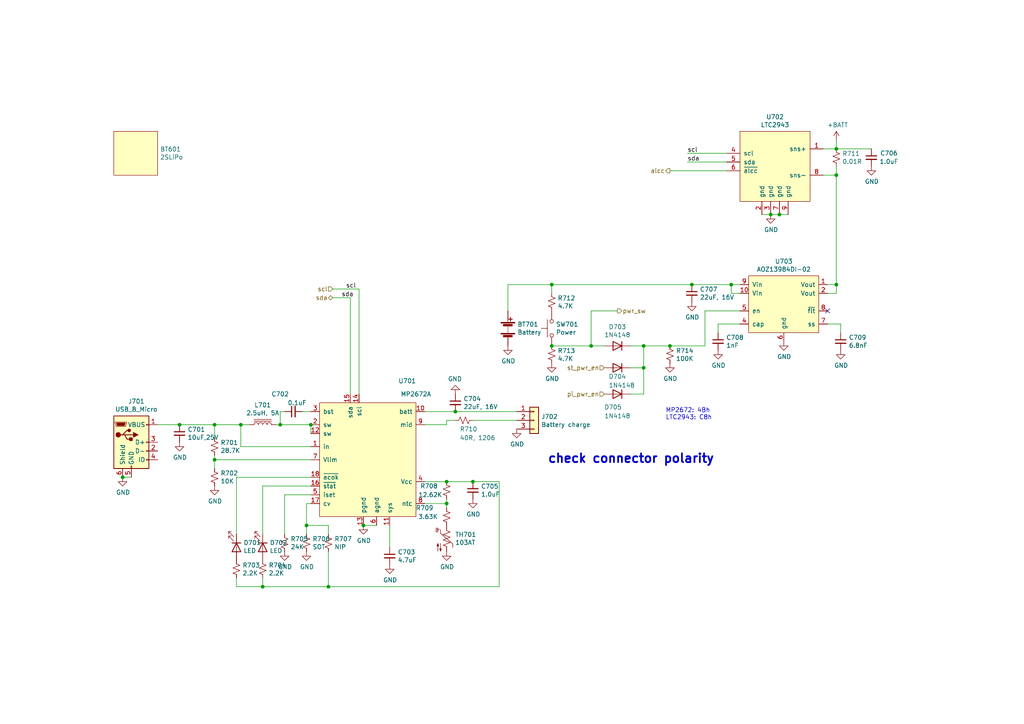
<source format=kicad_sch>
(kicad_sch (version 20210621) (generator eeschema)

  (uuid 2da477fb-1172-43b1-99a3-8d4ce0ce3134)

  (paper "A4")

  (lib_symbols
    (symbol "Connector:USB_B_Micro" (pin_names (offset 1.016)) (in_bom yes) (on_board yes)
      (property "Reference" "J" (id 0) (at -5.08 11.43 0)
        (effects (font (size 1.27 1.27)) (justify left))
      )
      (property "Value" "USB_B_Micro" (id 1) (at -5.08 8.89 0)
        (effects (font (size 1.27 1.27)) (justify left))
      )
      (property "Footprint" "" (id 2) (at 3.81 -1.27 0)
        (effects (font (size 1.27 1.27)) hide)
      )
      (property "Datasheet" "~" (id 3) (at 3.81 -1.27 0)
        (effects (font (size 1.27 1.27)) hide)
      )
      (property "ki_keywords" "connector USB micro" (id 4) (at 0 0 0)
        (effects (font (size 1.27 1.27)) hide)
      )
      (property "ki_description" "USB Micro Type B connector" (id 5) (at 0 0 0)
        (effects (font (size 1.27 1.27)) hide)
      )
      (property "ki_fp_filters" "USB*" (id 6) (at 0 0 0)
        (effects (font (size 1.27 1.27)) hide)
      )
      (symbol "USB_B_Micro_0_1"
        (rectangle (start -5.08 -7.62) (end 5.08 7.62)
          (stroke (width 0.254) (type default) (color 0 0 0 0))
          (fill (type background))
        )
        (circle (center -3.81 2.159) (radius 0.635) (stroke (width 0.254))           (stroke (width 0.254) (type default) (color 0 0 0 0))
          (fill (type outline))
        )
        (circle (center -0.635 3.429) (radius 0.381) (stroke (width 0.254))           (stroke (width 0.254) (type default) (color 0 0 0 0))
          (fill (type outline))
        )
        (rectangle (start -0.127 -7.62) (end 0.127 -6.858)
          (stroke (width 0) (type default) (color 0 0 0 0))
          (fill (type none))
        )
        (polyline
          (pts
            (xy -1.905 2.159)
            (xy 0.635 2.159)
          )
          (stroke (width 0.254) (type default) (color 0 0 0 0))
          (fill (type none))
        )
        (polyline
          (pts
            (xy -3.175 2.159)
            (xy -2.54 2.159)
            (xy -1.27 3.429)
            (xy -0.635 3.429)
          )
          (stroke (width 0.254) (type default) (color 0 0 0 0))
          (fill (type none))
        )
        (polyline
          (pts
            (xy -2.54 2.159)
            (xy -1.905 2.159)
            (xy -1.27 0.889)
            (xy 0 0.889)
          )
          (stroke (width 0.254) (type default) (color 0 0 0 0))
          (fill (type none))
        )
        (polyline
          (pts
            (xy 0.635 2.794)
            (xy 0.635 1.524)
            (xy 1.905 2.159)
            (xy 0.635 2.794)
          )
          (stroke (width 0.254) (type default) (color 0 0 0 0))
          (fill (type outline))
        )
        (polyline
          (pts
            (xy -4.318 5.588)
            (xy -1.778 5.588)
            (xy -2.032 4.826)
            (xy -4.064 4.826)
            (xy -4.318 5.588)
          )
          (stroke (width 0) (type default) (color 0 0 0 0))
          (fill (type outline))
        )
        (polyline
          (pts
            (xy -4.699 5.842)
            (xy -4.699 5.588)
            (xy -4.445 4.826)
            (xy -4.445 4.572)
            (xy -1.651 4.572)
            (xy -1.651 4.826)
            (xy -1.397 5.588)
            (xy -1.397 5.842)
            (xy -4.699 5.842)
          )
          (stroke (width 0) (type default) (color 0 0 0 0))
          (fill (type none))
        )
        (rectangle (start 0.254 1.27) (end -0.508 0.508)
          (stroke (width 0.254) (type default) (color 0 0 0 0))
          (fill (type outline))
        )
        (rectangle (start 5.08 -5.207) (end 4.318 -4.953)
          (stroke (width 0) (type default) (color 0 0 0 0))
          (fill (type none))
        )
        (rectangle (start 5.08 -2.667) (end 4.318 -2.413)
          (stroke (width 0) (type default) (color 0 0 0 0))
          (fill (type none))
        )
        (rectangle (start 5.08 -0.127) (end 4.318 0.127)
          (stroke (width 0) (type default) (color 0 0 0 0))
          (fill (type none))
        )
        (rectangle (start 5.08 4.953) (end 4.318 5.207)
          (stroke (width 0) (type default) (color 0 0 0 0))
          (fill (type none))
        )
      )
      (symbol "USB_B_Micro_1_1"
        (pin power_out line (at 7.62 5.08 180) (length 2.54)
          (name "VBUS" (effects (font (size 1.27 1.27))))
          (number "1" (effects (font (size 1.27 1.27))))
        )
        (pin bidirectional line (at 7.62 -2.54 180) (length 2.54)
          (name "D-" (effects (font (size 1.27 1.27))))
          (number "2" (effects (font (size 1.27 1.27))))
        )
        (pin bidirectional line (at 7.62 0 180) (length 2.54)
          (name "D+" (effects (font (size 1.27 1.27))))
          (number "3" (effects (font (size 1.27 1.27))))
        )
        (pin passive line (at 7.62 -5.08 180) (length 2.54)
          (name "ID" (effects (font (size 1.27 1.27))))
          (number "4" (effects (font (size 1.27 1.27))))
        )
        (pin power_out line (at 0 -10.16 90) (length 2.54)
          (name "GND" (effects (font (size 1.27 1.27))))
          (number "5" (effects (font (size 1.27 1.27))))
        )
        (pin passive line (at -2.54 -10.16 90) (length 2.54)
          (name "Shield" (effects (font (size 1.27 1.27))))
          (number "6" (effects (font (size 1.27 1.27))))
        )
      )
    )
    (symbol "Connector_Generic:Conn_01x03" (pin_names (offset 1.016) hide) (in_bom yes) (on_board yes)
      (property "Reference" "J" (id 0) (at 0 5.08 0)
        (effects (font (size 1.27 1.27)))
      )
      (property "Value" "Conn_01x03" (id 1) (at 0 -5.08 0)
        (effects (font (size 1.27 1.27)))
      )
      (property "Footprint" "" (id 2) (at 0 0 0)
        (effects (font (size 1.27 1.27)) hide)
      )
      (property "Datasheet" "~" (id 3) (at 0 0 0)
        (effects (font (size 1.27 1.27)) hide)
      )
      (property "ki_keywords" "connector" (id 4) (at 0 0 0)
        (effects (font (size 1.27 1.27)) hide)
      )
      (property "ki_description" "Generic connector, single row, 01x03, script generated (kicad-library-utils/schlib/autogen/connector/)" (id 5) (at 0 0 0)
        (effects (font (size 1.27 1.27)) hide)
      )
      (property "ki_fp_filters" "Connector*:*_1x??_*" (id 6) (at 0 0 0)
        (effects (font (size 1.27 1.27)) hide)
      )
      (symbol "Conn_01x03_1_1"
        (rectangle (start -1.27 -2.413) (end 0 -2.667)
          (stroke (width 0.1524) (type default) (color 0 0 0 0))
          (fill (type none))
        )
        (rectangle (start -1.27 0.127) (end 0 -0.127)
          (stroke (width 0.1524) (type default) (color 0 0 0 0))
          (fill (type none))
        )
        (rectangle (start -1.27 2.667) (end 0 2.413)
          (stroke (width 0.1524) (type default) (color 0 0 0 0))
          (fill (type none))
        )
        (rectangle (start -1.27 3.81) (end 1.27 -3.81)
          (stroke (width 0.254) (type default) (color 0 0 0 0))
          (fill (type background))
        )
        (pin passive line (at -5.08 2.54 0) (length 3.81)
          (name "Pin_1" (effects (font (size 1.27 1.27))))
          (number "1" (effects (font (size 1.27 1.27))))
        )
        (pin passive line (at -5.08 0 0) (length 3.81)
          (name "Pin_2" (effects (font (size 1.27 1.27))))
          (number "2" (effects (font (size 1.27 1.27))))
        )
        (pin passive line (at -5.08 -2.54 0) (length 3.81)
          (name "Pin_3" (effects (font (size 1.27 1.27))))
          (number "3" (effects (font (size 1.27 1.27))))
        )
      )
    )
    (symbol "Device:Battery" (pin_numbers hide) (pin_names (offset 0) hide) (in_bom yes) (on_board yes)
      (property "Reference" "BT" (id 0) (at 2.54 2.54 0)
        (effects (font (size 1.27 1.27)) (justify left))
      )
      (property "Value" "Battery" (id 1) (at 2.54 0 0)
        (effects (font (size 1.27 1.27)) (justify left))
      )
      (property "Footprint" "" (id 2) (at 0 1.524 90)
        (effects (font (size 1.27 1.27)) hide)
      )
      (property "Datasheet" "~" (id 3) (at 0 1.524 90)
        (effects (font (size 1.27 1.27)) hide)
      )
      (property "ki_keywords" "batt voltage-source cell" (id 4) (at 0 0 0)
        (effects (font (size 1.27 1.27)) hide)
      )
      (property "ki_description" "Multiple-cell battery" (id 5) (at 0 0 0)
        (effects (font (size 1.27 1.27)) hide)
      )
      (symbol "Battery_0_1"
        (rectangle (start -2.032 -1.397) (end 2.032 -1.651)
          (stroke (width 0) (type default) (color 0 0 0 0))
          (fill (type outline))
        )
        (rectangle (start -2.032 1.778) (end 2.032 1.524)
          (stroke (width 0) (type default) (color 0 0 0 0))
          (fill (type outline))
        )
        (rectangle (start -1.3208 -1.9812) (end 1.27 -2.4892)
          (stroke (width 0) (type default) (color 0 0 0 0))
          (fill (type outline))
        )
        (rectangle (start -1.3208 1.1938) (end 1.27 0.6858)
          (stroke (width 0) (type default) (color 0 0 0 0))
          (fill (type outline))
        )
        (polyline
          (pts
            (xy 0 -1.524)
            (xy 0 -1.27)
          )
          (stroke (width 0) (type default) (color 0 0 0 0))
          (fill (type none))
        )
        (polyline
          (pts
            (xy 0 -1.016)
            (xy 0 -0.762)
          )
          (stroke (width 0) (type default) (color 0 0 0 0))
          (fill (type none))
        )
        (polyline
          (pts
            (xy 0 -0.508)
            (xy 0 -0.254)
          )
          (stroke (width 0) (type default) (color 0 0 0 0))
          (fill (type none))
        )
        (polyline
          (pts
            (xy 0 0)
            (xy 0 0.254)
          )
          (stroke (width 0) (type default) (color 0 0 0 0))
          (fill (type none))
        )
        (polyline
          (pts
            (xy 0 0.508)
            (xy 0 0.762)
          )
          (stroke (width 0) (type default) (color 0 0 0 0))
          (fill (type none))
        )
        (polyline
          (pts
            (xy 0 1.778)
            (xy 0 2.54)
          )
          (stroke (width 0) (type default) (color 0 0 0 0))
          (fill (type none))
        )
        (polyline
          (pts
            (xy 0.254 2.667)
            (xy 1.27 2.667)
          )
          (stroke (width 0.254) (type default) (color 0 0 0 0))
          (fill (type none))
        )
        (polyline
          (pts
            (xy 0.762 3.175)
            (xy 0.762 2.159)
          )
          (stroke (width 0.254) (type default) (color 0 0 0 0))
          (fill (type none))
        )
      )
      (symbol "Battery_1_1"
        (pin passive line (at 0 5.08 270) (length 2.54)
          (name "+" (effects (font (size 1.27 1.27))))
          (number "1" (effects (font (size 1.27 1.27))))
        )
        (pin passive line (at 0 -5.08 90) (length 2.54)
          (name "-" (effects (font (size 1.27 1.27))))
          (number "2" (effects (font (size 1.27 1.27))))
        )
      )
    )
    (symbol "Device:C_Small" (pin_numbers hide) (pin_names (offset 0.254) hide) (in_bom yes) (on_board yes)
      (property "Reference" "C" (id 0) (at 0.254 1.778 0)
        (effects (font (size 1.27 1.27)) (justify left))
      )
      (property "Value" "C_Small" (id 1) (at 0.254 -2.032 0)
        (effects (font (size 1.27 1.27)) (justify left))
      )
      (property "Footprint" "" (id 2) (at 0 0 0)
        (effects (font (size 1.27 1.27)) hide)
      )
      (property "Datasheet" "~" (id 3) (at 0 0 0)
        (effects (font (size 1.27 1.27)) hide)
      )
      (property "ki_keywords" "capacitor cap" (id 4) (at 0 0 0)
        (effects (font (size 1.27 1.27)) hide)
      )
      (property "ki_description" "Unpolarized capacitor, small symbol" (id 5) (at 0 0 0)
        (effects (font (size 1.27 1.27)) hide)
      )
      (property "ki_fp_filters" "C_*" (id 6) (at 0 0 0)
        (effects (font (size 1.27 1.27)) hide)
      )
      (symbol "C_Small_0_1"
        (polyline
          (pts
            (xy -1.524 -0.508)
            (xy 1.524 -0.508)
          )
          (stroke (width 0.3302) (type default) (color 0 0 0 0))
          (fill (type none))
        )
        (polyline
          (pts
            (xy -1.524 0.508)
            (xy 1.524 0.508)
          )
          (stroke (width 0.3048) (type default) (color 0 0 0 0))
          (fill (type none))
        )
      )
      (symbol "C_Small_1_1"
        (pin passive line (at 0 2.54 270) (length 2.032)
          (name "~" (effects (font (size 1.27 1.27))))
          (number "1" (effects (font (size 1.27 1.27))))
        )
        (pin passive line (at 0 -2.54 90) (length 2.032)
          (name "~" (effects (font (size 1.27 1.27))))
          (number "2" (effects (font (size 1.27 1.27))))
        )
      )
    )
    (symbol "Device:D" (pin_numbers hide) (pin_names (offset 1.016) hide) (in_bom yes) (on_board yes)
      (property "Reference" "D" (id 0) (at 0 2.54 0)
        (effects (font (size 1.27 1.27)))
      )
      (property "Value" "D" (id 1) (at 0 -2.54 0)
        (effects (font (size 1.27 1.27)))
      )
      (property "Footprint" "" (id 2) (at 0 0 0)
        (effects (font (size 1.27 1.27)) hide)
      )
      (property "Datasheet" "~" (id 3) (at 0 0 0)
        (effects (font (size 1.27 1.27)) hide)
      )
      (property "ki_keywords" "diode" (id 4) (at 0 0 0)
        (effects (font (size 1.27 1.27)) hide)
      )
      (property "ki_description" "Diode" (id 5) (at 0 0 0)
        (effects (font (size 1.27 1.27)) hide)
      )
      (property "ki_fp_filters" "TO-???* *_Diode_* *SingleDiode* D_*" (id 6) (at 0 0 0)
        (effects (font (size 1.27 1.27)) hide)
      )
      (symbol "D_0_1"
        (polyline
          (pts
            (xy -1.27 1.27)
            (xy -1.27 -1.27)
          )
          (stroke (width 0.254) (type default) (color 0 0 0 0))
          (fill (type none))
        )
        (polyline
          (pts
            (xy 1.27 0)
            (xy -1.27 0)
          )
          (stroke (width 0) (type default) (color 0 0 0 0))
          (fill (type none))
        )
        (polyline
          (pts
            (xy 1.27 1.27)
            (xy 1.27 -1.27)
            (xy -1.27 0)
            (xy 1.27 1.27)
          )
          (stroke (width 0.254) (type default) (color 0 0 0 0))
          (fill (type none))
        )
      )
      (symbol "D_1_1"
        (pin passive line (at -3.81 0 0) (length 2.54)
          (name "K" (effects (font (size 1.27 1.27))))
          (number "1" (effects (font (size 1.27 1.27))))
        )
        (pin passive line (at 3.81 0 180) (length 2.54)
          (name "A" (effects (font (size 1.27 1.27))))
          (number "2" (effects (font (size 1.27 1.27))))
        )
      )
    )
    (symbol "Device:LED" (pin_numbers hide) (pin_names (offset 1.016) hide) (in_bom yes) (on_board yes)
      (property "Reference" "D" (id 0) (at 0 2.54 0)
        (effects (font (size 1.27 1.27)))
      )
      (property "Value" "LED" (id 1) (at 0 -2.54 0)
        (effects (font (size 1.27 1.27)))
      )
      (property "Footprint" "" (id 2) (at 0 0 0)
        (effects (font (size 1.27 1.27)) hide)
      )
      (property "Datasheet" "~" (id 3) (at 0 0 0)
        (effects (font (size 1.27 1.27)) hide)
      )
      (property "ki_keywords" "LED diode" (id 4) (at 0 0 0)
        (effects (font (size 1.27 1.27)) hide)
      )
      (property "ki_description" "Light emitting diode" (id 5) (at 0 0 0)
        (effects (font (size 1.27 1.27)) hide)
      )
      (property "ki_fp_filters" "LED* LED_SMD:* LED_THT:*" (id 6) (at 0 0 0)
        (effects (font (size 1.27 1.27)) hide)
      )
      (symbol "LED_0_1"
        (polyline
          (pts
            (xy -1.27 -1.27)
            (xy -1.27 1.27)
          )
          (stroke (width 0.254) (type default) (color 0 0 0 0))
          (fill (type none))
        )
        (polyline
          (pts
            (xy -1.27 0)
            (xy 1.27 0)
          )
          (stroke (width 0) (type default) (color 0 0 0 0))
          (fill (type none))
        )
        (polyline
          (pts
            (xy 1.27 -1.27)
            (xy 1.27 1.27)
            (xy -1.27 0)
            (xy 1.27 -1.27)
          )
          (stroke (width 0.254) (type default) (color 0 0 0 0))
          (fill (type none))
        )
        (polyline
          (pts
            (xy -3.048 -0.762)
            (xy -4.572 -2.286)
            (xy -3.81 -2.286)
            (xy -4.572 -2.286)
            (xy -4.572 -1.524)
          )
          (stroke (width 0) (type default) (color 0 0 0 0))
          (fill (type none))
        )
        (polyline
          (pts
            (xy -1.778 -0.762)
            (xy -3.302 -2.286)
            (xy -2.54 -2.286)
            (xy -3.302 -2.286)
            (xy -3.302 -1.524)
          )
          (stroke (width 0) (type default) (color 0 0 0 0))
          (fill (type none))
        )
      )
      (symbol "LED_1_1"
        (pin passive line (at -3.81 0 0) (length 2.54)
          (name "K" (effects (font (size 1.27 1.27))))
          (number "1" (effects (font (size 1.27 1.27))))
        )
        (pin passive line (at 3.81 0 180) (length 2.54)
          (name "A" (effects (font (size 1.27 1.27))))
          (number "2" (effects (font (size 1.27 1.27))))
        )
      )
    )
    (symbol "Device:L_Core_Iron" (pin_numbers hide) (pin_names (offset 1.016) hide) (in_bom yes) (on_board yes)
      (property "Reference" "L" (id 0) (at -1.27 0 90)
        (effects (font (size 1.27 1.27)))
      )
      (property "Value" "Device_L_Core_Iron" (id 1) (at 2.794 0 90)
        (effects (font (size 1.27 1.27)))
      )
      (property "Footprint" "" (id 2) (at 0 0 0)
        (effects (font (size 1.27 1.27)) hide)
      )
      (property "Datasheet" "" (id 3) (at 0 0 0)
        (effects (font (size 1.27 1.27)) hide)
      )
      (property "ki_fp_filters" "Choke_* *Coil* Inductor_* L_*" (id 4) (at 0 0 0)
        (effects (font (size 1.27 1.27)) hide)
      )
      (symbol "L_Core_Iron_0_1"
        (arc (start 0 -2.54) (mid 0.635 -1.905) (end 0 -1.27)
          (stroke (width 0) (type default) (color 0 0 0 0))
          (fill (type none))
        )
        (arc (start 0 -1.27) (mid 0.635 -0.635) (end 0 0)
          (stroke (width 0) (type default) (color 0 0 0 0))
          (fill (type none))
        )
        (polyline
          (pts
            (xy 1.016 2.54)
            (xy 1.016 -2.54)
          )
          (stroke (width 0) (type default) (color 0 0 0 0))
          (fill (type none))
        )
        (polyline
          (pts
            (xy 1.524 -2.54)
            (xy 1.524 2.54)
          )
          (stroke (width 0) (type default) (color 0 0 0 0))
          (fill (type none))
        )
        (arc (start 0 0) (mid 0.635 0.635) (end 0 1.27)
          (stroke (width 0) (type default) (color 0 0 0 0))
          (fill (type none))
        )
        (arc (start 0 1.27) (mid 0.635 1.905) (end 0 2.54)
          (stroke (width 0) (type default) (color 0 0 0 0))
          (fill (type none))
        )
      )
      (symbol "L_Core_Iron_1_1"
        (pin passive line (at 0 3.81 270) (length 1.27)
          (name "1" (effects (font (size 1.27 1.27))))
          (number "1" (effects (font (size 1.27 1.27))))
        )
        (pin passive line (at 0 -3.81 90) (length 1.27)
          (name "2" (effects (font (size 1.27 1.27))))
          (number "2" (effects (font (size 1.27 1.27))))
        )
      )
    )
    (symbol "Device:R_Small_US" (pin_numbers hide) (pin_names (offset 0.254) hide) (in_bom yes) (on_board yes)
      (property "Reference" "R" (id 0) (at 0.762 0.508 0)
        (effects (font (size 1.27 1.27)) (justify left))
      )
      (property "Value" "R_Small_US" (id 1) (at 0.762 -1.016 0)
        (effects (font (size 1.27 1.27)) (justify left))
      )
      (property "Footprint" "" (id 2) (at 0 0 0)
        (effects (font (size 1.27 1.27)) hide)
      )
      (property "Datasheet" "~" (id 3) (at 0 0 0)
        (effects (font (size 1.27 1.27)) hide)
      )
      (property "ki_keywords" "r resistor" (id 4) (at 0 0 0)
        (effects (font (size 1.27 1.27)) hide)
      )
      (property "ki_description" "Resistor, small US symbol" (id 5) (at 0 0 0)
        (effects (font (size 1.27 1.27)) hide)
      )
      (property "ki_fp_filters" "R_*" (id 6) (at 0 0 0)
        (effects (font (size 1.27 1.27)) hide)
      )
      (symbol "R_Small_US_1_1"
        (polyline
          (pts
            (xy 0 0)
            (xy 1.016 -0.381)
            (xy 0 -0.762)
            (xy -1.016 -1.143)
            (xy 0 -1.524)
          )
          (stroke (width 0) (type default) (color 0 0 0 0))
          (fill (type none))
        )
        (polyline
          (pts
            (xy 0 1.524)
            (xy 1.016 1.143)
            (xy 0 0.762)
            (xy -1.016 0.381)
            (xy 0 0)
          )
          (stroke (width 0) (type default) (color 0 0 0 0))
          (fill (type none))
        )
        (pin passive line (at 0 2.54 270) (length 1.016)
          (name "~" (effects (font (size 1.27 1.27))))
          (number "1" (effects (font (size 1.27 1.27))))
        )
        (pin passive line (at 0 -2.54 90) (length 1.016)
          (name "~" (effects (font (size 1.27 1.27))))
          (number "2" (effects (font (size 1.27 1.27))))
        )
      )
    )
    (symbol "Device:Thermistor_NTC_US" (pin_numbers hide) (pin_names (offset 0)) (in_bom yes) (on_board yes)
      (property "Reference" "TH" (id 0) (at -4.445 0 90)
        (effects (font (size 1.27 1.27)))
      )
      (property "Value" "Thermistor_NTC_US" (id 1) (at 3.175 0 90)
        (effects (font (size 1.27 1.27)))
      )
      (property "Footprint" "" (id 2) (at 0 1.27 0)
        (effects (font (size 1.27 1.27)) hide)
      )
      (property "Datasheet" "~" (id 3) (at 0 1.27 0)
        (effects (font (size 1.27 1.27)) hide)
      )
      (property "ki_keywords" "thermistor NTC resistor sensor RTD" (id 4) (at 0 0 0)
        (effects (font (size 1.27 1.27)) hide)
      )
      (property "ki_description" "Temperature dependent resistor, negative temperature coefficient, US symbol" (id 5) (at 0 0 0)
        (effects (font (size 1.27 1.27)) hide)
      )
      (property "ki_fp_filters" "*NTC* *Thermistor* PIN?ARRAY* bornier* *Terminal?Block* R_*" (id 6) (at 0 0 0)
        (effects (font (size 1.27 1.27)) hide)
      )
      (symbol "Thermistor_NTC_US_0_1"
        (arc (start -3.048 2.159) (mid -3.0495 2.3143) (end -3.175 2.413)
          (stroke (width 0) (type default) (color 0 0 0 0))
          (fill (type none))
        )
        (arc (start -3.048 2.159) (mid -2.9736 1.9794) (end -2.794 1.905)
          (stroke (width 0) (type default) (color 0 0 0 0))
          (fill (type none))
        )
        (arc (start -3.048 2.794) (mid -2.9736 2.6144) (end -2.794 2.54)
          (stroke (width 0) (type default) (color 0 0 0 0))
          (fill (type none))
        )
        (arc (start -2.794 1.905) (mid -2.6144 1.9794) (end -2.54 2.159)
          (stroke (width 0) (type default) (color 0 0 0 0))
          (fill (type none))
        )
        (arc (start -2.794 2.54) (mid -2.4393 2.5587) (end -2.159 2.794)
          (stroke (width 0) (type default) (color 0 0 0 0))
          (fill (type none))
        )
        (arc (start -2.794 3.048) (mid -2.9736 2.9736) (end -3.048 2.794)
          (stroke (width 0) (type default) (color 0 0 0 0))
          (fill (type none))
        )
        (arc (start -2.54 2.794) (mid -2.6144 2.9736) (end -2.794 3.048)
          (stroke (width 0) (type default) (color 0 0 0 0))
          (fill (type none))
        )
        (polyline
          (pts
            (xy -2.54 2.159)
            (xy -2.54 2.794)
          )
          (stroke (width 0) (type default) (color 0 0 0 0))
          (fill (type none))
        )
        (polyline
          (pts
            (xy 0 -2.286)
            (xy 0 -2.54)
          )
          (stroke (width 0) (type default) (color 0 0 0 0))
          (fill (type none))
        )
        (polyline
          (pts
            (xy 0 2.286)
            (xy 0 2.54)
          )
          (stroke (width 0) (type default) (color 0 0 0 0))
          (fill (type none))
        )
        (polyline
          (pts
            (xy -1.778 2.54)
            (xy -1.778 1.524)
            (xy 1.778 -1.524)
            (xy 1.778 -2.54)
          )
          (stroke (width 0) (type default) (color 0 0 0 0))
          (fill (type none))
        )
        (polyline
          (pts
            (xy 0 -0.762)
            (xy 1.016 -1.143)
            (xy 0 -1.524)
            (xy -1.016 -1.905)
            (xy 0 -2.286)
          )
          (stroke (width 0) (type default) (color 0 0 0 0))
          (fill (type none))
        )
        (polyline
          (pts
            (xy 0 0.762)
            (xy 1.016 0.381)
            (xy 0 0)
            (xy -1.016 -0.381)
            (xy 0 -0.762)
          )
          (stroke (width 0) (type default) (color 0 0 0 0))
          (fill (type none))
        )
        (polyline
          (pts
            (xy 0 2.286)
            (xy 1.016 1.905)
            (xy 0 1.524)
            (xy -1.016 1.143)
            (xy 0 0.762)
          )
          (stroke (width 0) (type default) (color 0 0 0 0))
          (fill (type none))
        )
        (polyline
          (pts
            (xy -2.54 -3.683)
            (xy -2.54 -1.397)
            (xy -2.794 -2.159)
            (xy -2.286 -2.159)
            (xy -2.54 -1.397)
            (xy -2.54 -1.651)
          )
          (stroke (width 0) (type default) (color 0 0 0 0))
          (fill (type outline))
        )
        (polyline
          (pts
            (xy -1.778 -1.397)
            (xy -1.778 -3.683)
            (xy -2.032 -2.921)
            (xy -1.524 -2.921)
            (xy -1.778 -3.683)
            (xy -1.778 -3.429)
          )
          (stroke (width 0) (type default) (color 0 0 0 0))
          (fill (type outline))
        )
      )
      (symbol "Thermistor_NTC_US_1_1"
        (pin passive line (at 0 3.81 270) (length 1.27)
          (name "~" (effects (font (size 1.27 1.27))))
          (number "1" (effects (font (size 1.27 1.27))))
        )
        (pin passive line (at 0 -3.81 90) (length 1.27)
          (name "~" (effects (font (size 1.27 1.27))))
          (number "2" (effects (font (size 1.27 1.27))))
        )
      )
    )
    (symbol "Switch:SW_Push" (pin_numbers hide) (pin_names (offset 1.016) hide) (in_bom yes) (on_board yes)
      (property "Reference" "SW" (id 0) (at 1.27 2.54 0)
        (effects (font (size 1.27 1.27)) (justify left))
      )
      (property "Value" "SW_Push" (id 1) (at 0 -1.524 0)
        (effects (font (size 1.27 1.27)))
      )
      (property "Footprint" "" (id 2) (at 0 5.08 0)
        (effects (font (size 1.27 1.27)) hide)
      )
      (property "Datasheet" "~" (id 3) (at 0 5.08 0)
        (effects (font (size 1.27 1.27)) hide)
      )
      (property "ki_keywords" "switch normally-open pushbutton push-button" (id 4) (at 0 0 0)
        (effects (font (size 1.27 1.27)) hide)
      )
      (property "ki_description" "Push button switch, generic, two pins" (id 5) (at 0 0 0)
        (effects (font (size 1.27 1.27)) hide)
      )
      (symbol "SW_Push_0_1"
        (circle (center -2.032 0) (radius 0.508) (stroke (width 0))           (stroke (width 0) (type default) (color 0 0 0 0))
          (fill (type none))
        )
        (polyline
          (pts
            (xy 0 1.27)
            (xy 0 3.048)
          )
          (stroke (width 0) (type default) (color 0 0 0 0))
          (fill (type none))
        )
        (polyline
          (pts
            (xy 2.54 1.27)
            (xy -2.54 1.27)
          )
          (stroke (width 0) (type default) (color 0 0 0 0))
          (fill (type none))
        )
        (circle (center 2.032 0) (radius 0.508) (stroke (width 0))           (stroke (width 0) (type default) (color 0 0 0 0))
          (fill (type none))
        )
        (pin passive line (at -5.08 0 0) (length 2.54)
          (name "1" (effects (font (size 1.27 1.27))))
          (number "1" (effects (font (size 1.27 1.27))))
        )
        (pin passive line (at 5.08 0 180) (length 2.54)
          (name "2" (effects (font (size 1.27 1.27))))
          (number "2" (effects (font (size 1.27 1.27))))
        )
      )
    )
    (symbol "power:+BATT" (power) (pin_names (offset 0)) (in_bom yes) (on_board yes)
      (property "Reference" "#PWR" (id 0) (at 0 -3.81 0)
        (effects (font (size 1.27 1.27)) hide)
      )
      (property "Value" "+BATT" (id 1) (at 0 3.556 0)
        (effects (font (size 1.27 1.27)))
      )
      (property "Footprint" "" (id 2) (at 0 0 0)
        (effects (font (size 1.27 1.27)) hide)
      )
      (property "Datasheet" "" (id 3) (at 0 0 0)
        (effects (font (size 1.27 1.27)) hide)
      )
      (property "ki_keywords" "power-flag battery" (id 4) (at 0 0 0)
        (effects (font (size 1.27 1.27)) hide)
      )
      (property "ki_description" "Power symbol creates a global label with name \"+BATT\"" (id 5) (at 0 0 0)
        (effects (font (size 1.27 1.27)) hide)
      )
      (symbol "+BATT_0_1"
        (polyline
          (pts
            (xy -0.762 1.27)
            (xy 0 2.54)
          )
          (stroke (width 0) (type default) (color 0 0 0 0))
          (fill (type none))
        )
        (polyline
          (pts
            (xy 0 0)
            (xy 0 2.54)
          )
          (stroke (width 0) (type default) (color 0 0 0 0))
          (fill (type none))
        )
        (polyline
          (pts
            (xy 0 2.54)
            (xy 0.762 1.27)
          )
          (stroke (width 0) (type default) (color 0 0 0 0))
          (fill (type none))
        )
      )
      (symbol "+BATT_1_1"
        (pin power_in line (at 0 0 90) (length 0) hide
          (name "+BATT" (effects (font (size 1.27 1.27))))
          (number "1" (effects (font (size 1.27 1.27))))
        )
      )
    )
    (symbol "power:GND" (power) (pin_names (offset 0)) (in_bom yes) (on_board yes)
      (property "Reference" "#PWR" (id 0) (at 0 -6.35 0)
        (effects (font (size 1.27 1.27)) hide)
      )
      (property "Value" "GND" (id 1) (at 0 -3.81 0)
        (effects (font (size 1.27 1.27)))
      )
      (property "Footprint" "" (id 2) (at 0 0 0)
        (effects (font (size 1.27 1.27)) hide)
      )
      (property "Datasheet" "" (id 3) (at 0 0 0)
        (effects (font (size 1.27 1.27)) hide)
      )
      (property "ki_keywords" "power-flag" (id 4) (at 0 0 0)
        (effects (font (size 1.27 1.27)) hide)
      )
      (property "ki_description" "Power symbol creates a global label with name \"GND\" , ground" (id 5) (at 0 0 0)
        (effects (font (size 1.27 1.27)) hide)
      )
      (symbol "GND_0_1"
        (polyline
          (pts
            (xy 0 0)
            (xy 0 -1.27)
            (xy 1.27 -1.27)
            (xy 0 -2.54)
            (xy -1.27 -1.27)
            (xy 0 -1.27)
          )
          (stroke (width 0) (type default) (color 0 0 0 0))
          (fill (type none))
        )
      )
      (symbol "GND_1_1"
        (pin power_in line (at 0 0 270) (length 0) hide
          (name "GND" (effects (font (size 1.27 1.27))))
          (number "1" (effects (font (size 1.27 1.27))))
        )
      )
    )
    (symbol "sub_board:2SLiPo" (pin_names (offset 1.016)) (in_bom yes) (on_board yes)
      (property "Reference" "BT" (id 0) (at -10.16 19.05 0)
        (effects (font (size 1.27 1.27)))
      )
      (property "Value" "2SLiPo" (id 1) (at -7.62 16.51 0)
        (effects (font (size 1.27 1.27)))
      )
      (property "Footprint" "" (id 2) (at 0 0 0)
        (effects (font (size 1.27 1.27)) hide)
      )
      (property "Datasheet" "" (id 3) (at 0 0 0)
        (effects (font (size 1.27 1.27)) hide)
      )
      (symbol "2SLiPo_0_1"
        (rectangle (start -5.08 6.35) (end 7.62 -6.35)
          (stroke (width 0) (type default) (color 0 0 0 0))
          (fill (type background))
        )
      )
    )
    (symbol "sub_board:AOZ13984DI-02" (pin_names (offset 1.016)) (in_bom yes) (on_board yes)
      (property "Reference" "U" (id 0) (at -16.51 26.67 0)
        (effects (font (size 1.27 1.27)))
      )
      (property "Value" "AOZ13984DI-02" (id 1) (at -8.89 24.13 0)
        (effects (font (size 1.27 1.27)))
      )
      (property "Footprint" "" (id 2) (at 0 0 0)
        (effects (font (size 1.27 1.27)) hide)
      )
      (property "Datasheet" "" (id 3) (at 0 0 0)
        (effects (font (size 1.27 1.27)) hide)
      )
      (symbol "AOZ13984DI-02_0_1"
        (rectangle (start -10.16 16.51) (end 10.16 0)
          (stroke (width 0) (type default) (color 0 0 0 0))
          (fill (type background))
        )
      )
      (symbol "AOZ13984DI-02_1_1"
        (pin passive line (at 12.7 13.97 180) (length 2.4892)
          (name "Vout" (effects (font (size 1.27 1.27))))
          (number "1" (effects (font (size 1.27 1.27))))
        )
        (pin passive line (at -12.7 11.43 0) (length 2.4892)
          (name "Vin" (effects (font (size 1.27 1.27))))
          (number "10" (effects (font (size 1.27 1.27))))
        )
        (pin passive line (at 12.7 11.43 180) (length 2.4892)
          (name "Vout" (effects (font (size 1.27 1.27))))
          (number "2" (effects (font (size 1.27 1.27))))
        )
        (pin passive line (at -12.7 2.54 0) (length 2.4892)
          (name "cap" (effects (font (size 1.27 1.27))))
          (number "4" (effects (font (size 1.27 1.27))))
        )
        (pin passive line (at -12.7 6.35 0) (length 2.4892)
          (name "en" (effects (font (size 1.27 1.27))))
          (number "5" (effects (font (size 1.27 1.27))))
        )
        (pin passive line (at 0 -2.54 90) (length 2.4892)
          (name "gnd" (effects (font (size 1.27 1.27))))
          (number "6" (effects (font (size 1.27 1.27))))
        )
        (pin passive line (at 12.7 2.54 180) (length 2.4892)
          (name "ss" (effects (font (size 1.27 1.27))))
          (number "7" (effects (font (size 1.27 1.27))))
        )
        (pin passive line (at 12.7 6.35 180) (length 2.4892)
          (name "~{flt}" (effects (font (size 1.27 1.27))))
          (number "8" (effects (font (size 1.27 1.27))))
        )
        (pin passive line (at -12.7 13.97 0) (length 2.4892)
          (name "Vin" (effects (font (size 1.27 1.27))))
          (number "9" (effects (font (size 1.27 1.27))))
        )
      )
    )
    (symbol "sub_board:LTC2943" (pin_names (offset 1.016)) (in_bom yes) (on_board yes)
      (property "Reference" "U" (id 0) (at -22.86 39.37 0)
        (effects (font (size 1.27 1.27)))
      )
      (property "Value" "LTC2943" (id 1) (at -19.05 36.83 0)
        (effects (font (size 1.27 1.27)))
      )
      (property "Footprint" "" (id 2) (at 0 0 0)
        (effects (font (size 1.27 1.27)) hide)
      )
      (property "Datasheet" "" (id 3) (at 0 0 0)
        (effects (font (size 1.27 1.27)) hide)
      )
      (symbol "LTC2943_0_1"
        (rectangle (start -10.16 8.89) (end 10.16 -11.43)
          (stroke (width 0) (type default) (color 0 0 0 0))
          (fill (type background))
        )
      )
      (symbol "LTC2943_1_1"
        (pin passive line (at 13.97 3.81 180) (length 3.81)
          (name "sns+" (effects (font (size 1.27 1.27))))
          (number "1" (effects (font (size 1.27 1.27))))
        )
        (pin passive line (at -3.81 -15.24 90) (length 3.81)
          (name "gnd" (effects (font (size 1.27 1.27))))
          (number "2" (effects (font (size 1.27 1.27))))
        )
        (pin passive line (at -1.27 -15.24 90) (length 3.81)
          (name "gnd" (effects (font (size 1.27 1.27))))
          (number "3" (effects (font (size 1.27 1.27))))
        )
        (pin passive line (at -13.97 2.54 0) (length 3.81)
          (name "scl" (effects (font (size 1.27 1.27))))
          (number "4" (effects (font (size 1.27 1.27))))
        )
        (pin passive line (at -13.97 0 0) (length 3.81)
          (name "sda" (effects (font (size 1.27 1.27))))
          (number "5" (effects (font (size 1.27 1.27))))
        )
        (pin passive line (at -13.97 -2.54 0) (length 3.81)
          (name "~{alcc}" (effects (font (size 1.27 1.27))))
          (number "6" (effects (font (size 1.27 1.27))))
        )
        (pin passive line (at 1.27 -15.24 90) (length 3.81)
          (name "gnd" (effects (font (size 1.27 1.27))))
          (number "7" (effects (font (size 1.27 1.27))))
        )
        (pin passive line (at 13.97 -3.81 180) (length 3.81)
          (name "sns-" (effects (font (size 1.27 1.27))))
          (number "8" (effects (font (size 1.27 1.27))))
        )
        (pin passive line (at 3.81 -15.24 90) (length 3.81)
          (name "gnd" (effects (font (size 1.27 1.27))))
          (number "9" (effects (font (size 1.27 1.27))))
        )
      )
    )
    (symbol "sub_board:MP2672A" (pin_names (offset 1.016)) (in_bom yes) (on_board yes)
      (property "Reference" "U" (id 0) (at -15.24 21.59 0)
        (effects (font (size 1.27 1.27)))
      )
      (property "Value" "MP2672A" (id 1) (at -11.43 19.05 0)
        (effects (font (size 1.27 1.27)))
      )
      (property "Footprint" "" (id 2) (at 0 0 0)
        (effects (font (size 1.27 1.27)) hide)
      )
      (property "Datasheet" "" (id 3) (at 0 0 0)
        (effects (font (size 1.27 1.27)) hide)
      )
      (symbol "MP2672A_0_1"
        (rectangle (start -13.97 13.97) (end 13.97 -19.05)
          (stroke (width 0) (type default) (color 0 0 0 0))
          (fill (type background))
        )
      )
      (symbol "MP2672A_1_1"
        (pin passive line (at -16.51 1.27 0) (length 2.4892)
          (name "in" (effects (font (size 1.27 1.27))))
          (number "1" (effects (font (size 1.27 1.27))))
        )
        (pin passive line (at 16.51 11.43 180) (length 2.4892)
          (name "batt" (effects (font (size 1.27 1.27))))
          (number "10" (effects (font (size 1.27 1.27))))
        )
        (pin passive line (at 6.35 -21.59 90) (length 2.4892)
          (name "sys" (effects (font (size 1.27 1.27))))
          (number "11" (effects (font (size 1.27 1.27))))
        )
        (pin passive line (at -16.51 5.08 0) (length 2.4892)
          (name "sw" (effects (font (size 1.27 1.27))))
          (number "12" (effects (font (size 1.27 1.27))))
        )
        (pin passive line (at -1.27 -21.59 90) (length 2.4892)
          (name "pgnd" (effects (font (size 1.27 1.27))))
          (number "13" (effects (font (size 1.27 1.27))))
        )
        (pin passive line (at -2.54 16.51 270) (length 2.4892)
          (name "scl" (effects (font (size 1.27 1.27))))
          (number "14" (effects (font (size 1.27 1.27))))
        )
        (pin passive line (at -5.08 16.51 270) (length 2.4892)
          (name "sda" (effects (font (size 1.27 1.27))))
          (number "15" (effects (font (size 1.27 1.27))))
        )
        (pin passive line (at -16.51 -10.16 0) (length 2.4892)
          (name "~{stat}" (effects (font (size 1.27 1.27))))
          (number "16" (effects (font (size 1.27 1.27))))
        )
        (pin passive line (at -16.51 -15.24 0) (length 2.4892)
          (name "cv" (effects (font (size 1.27 1.27))))
          (number "17" (effects (font (size 1.27 1.27))))
        )
        (pin passive line (at -16.51 -7.62 0) (length 2.4892)
          (name "~{acok}" (effects (font (size 1.27 1.27))))
          (number "18" (effects (font (size 1.27 1.27))))
        )
        (pin passive line (at -16.51 7.62 0) (length 2.4892)
          (name "sw" (effects (font (size 1.27 1.27))))
          (number "2" (effects (font (size 1.27 1.27))))
        )
        (pin passive line (at -16.51 11.43 0) (length 2.4892)
          (name "bst" (effects (font (size 1.27 1.27))))
          (number "3" (effects (font (size 1.27 1.27))))
        )
        (pin passive line (at 16.51 -8.89 180) (length 2.4892)
          (name "Vcc" (effects (font (size 1.27 1.27))))
          (number "4" (effects (font (size 1.27 1.27))))
        )
        (pin passive line (at -16.51 -12.7 0) (length 2.4892)
          (name "iset" (effects (font (size 1.27 1.27))))
          (number "5" (effects (font (size 1.27 1.27))))
        )
        (pin passive line (at 2.54 -21.59 90) (length 2.4892)
          (name "agnd" (effects (font (size 1.27 1.27))))
          (number "6" (effects (font (size 1.27 1.27))))
        )
        (pin passive line (at -16.51 -2.54 0) (length 2.4892)
          (name "Vlim" (effects (font (size 1.27 1.27))))
          (number "7" (effects (font (size 1.27 1.27))))
        )
        (pin passive line (at 16.51 -15.24 180) (length 2.4892)
          (name "ntc" (effects (font (size 1.27 1.27))))
          (number "8" (effects (font (size 1.27 1.27))))
        )
        (pin passive line (at 16.51 7.62 180) (length 2.4892)
          (name "mid" (effects (font (size 1.27 1.27))))
          (number "9" (effects (font (size 1.27 1.27))))
        )
      )
    )
  )

  (junction (at 35.56 138.43) (diameter 0) (color 0 0 0 0))
  (junction (at 52.07 123.19) (diameter 0) (color 0 0 0 0))
  (junction (at 62.23 123.19) (diameter 0) (color 0 0 0 0))
  (junction (at 62.23 133.35) (diameter 0) (color 0 0 0 0))
  (junction (at 69.85 123.19) (diameter 0) (color 0 0 0 0))
  (junction (at 76.2 170.18) (diameter 0) (color 0 0 0 0))
  (junction (at 81.28 123.19) (diameter 0) (color 0 0 0 0))
  (junction (at 88.9 152.4) (diameter 0) (color 0 0 0 0))
  (junction (at 90.17 123.19) (diameter 0) (color 0 0 0 0))
  (junction (at 95.25 170.18) (diameter 0) (color 0 0 0 0))
  (junction (at 105.41 152.4) (diameter 0) (color 0 0 0 0))
  (junction (at 129.54 139.7) (diameter 0) (color 0 0 0 0))
  (junction (at 129.54 146.05) (diameter 0) (color 0 0 0 0))
  (junction (at 132.08 119.38) (diameter 0) (color 0 0 0 0))
  (junction (at 137.16 139.7) (diameter 0) (color 0 0 0 0))
  (junction (at 160.02 82.55) (diameter 0) (color 0 0 0 0))
  (junction (at 160.02 100.33) (diameter 0) (color 0 0 0 0))
  (junction (at 171.45 100.33) (diameter 0) (color 0 0 0 0))
  (junction (at 186.69 100.33) (diameter 0) (color 0 0 0 0))
  (junction (at 186.69 106.68) (diameter 0) (color 0 0 0 0))
  (junction (at 194.31 100.33) (diameter 0) (color 0 0 0 0))
  (junction (at 200.66 82.55) (diameter 0) (color 0 0 0 0))
  (junction (at 212.09 82.55) (diameter 0) (color 0 0 0 0))
  (junction (at 223.52 62.23) (diameter 0) (color 0 0 0 0))
  (junction (at 226.06 62.23) (diameter 0) (color 0 0 0 0))
  (junction (at 242.57 43.18) (diameter 0) (color 0 0 0 0))
  (junction (at 242.57 50.8) (diameter 0) (color 0 0 0 0))
  (junction (at 242.57 82.55) (diameter 0) (color 0 0 0 0))

  (no_connect (at 240.03 90.17) (uuid a5c72d26-9275-4b78-8c66-2ea605b96c59))

  (wire (pts (xy 35.56 138.43) (xy 38.1 138.43))
    (stroke (width 0) (type default) (color 0 0 0 0))
    (uuid 3f4e4ae7-ef4a-4e67-8738-7ec056358002)
  )
  (wire (pts (xy 45.72 123.19) (xy 52.07 123.19))
    (stroke (width 0) (type default) (color 0 0 0 0))
    (uuid 729c1398-e564-44a0-8f23-7931eb53c728)
  )
  (wire (pts (xy 52.07 123.19) (xy 62.23 123.19))
    (stroke (width 0) (type default) (color 0 0 0 0))
    (uuid 1010e628-17d2-42d3-ac8a-7e098b8342ba)
  )
  (wire (pts (xy 62.23 123.19) (xy 69.85 123.19))
    (stroke (width 0) (type default) (color 0 0 0 0))
    (uuid c8e4af07-c4ec-4970-b4cb-f159ed575280)
  )
  (wire (pts (xy 62.23 127) (xy 62.23 123.19))
    (stroke (width 0) (type default) (color 0 0 0 0))
    (uuid 67496c43-c0b0-43ca-bf7c-97bd046030a6)
  )
  (wire (pts (xy 62.23 133.35) (xy 62.23 132.08))
    (stroke (width 0) (type default) (color 0 0 0 0))
    (uuid c8af421c-06d8-47fd-a46a-12a5c3631b75)
  )
  (wire (pts (xy 62.23 135.89) (xy 62.23 133.35))
    (stroke (width 0) (type default) (color 0 0 0 0))
    (uuid 1dfd206b-85c6-48dc-85fd-98fe17ce9155)
  )
  (wire (pts (xy 68.58 138.43) (xy 68.58 154.94))
    (stroke (width 0) (type default) (color 0 0 0 0))
    (uuid 7e9eca0c-a516-4b78-94c4-42c682df9b4d)
  )
  (wire (pts (xy 68.58 167.64) (xy 68.58 170.18))
    (stroke (width 0) (type default) (color 0 0 0 0))
    (uuid ca31814f-0923-46e2-8170-90a86e0460ec)
  )
  (wire (pts (xy 68.58 170.18) (xy 76.2 170.18))
    (stroke (width 0) (type default) (color 0 0 0 0))
    (uuid 4bd9e8d9-02f3-48ef-a5ff-2559dc8aa59a)
  )
  (wire (pts (xy 69.85 123.19) (xy 72.39 123.19))
    (stroke (width 0) (type default) (color 0 0 0 0))
    (uuid 1e2d7b21-91df-410c-b434-8fea9a70be1c)
  )
  (wire (pts (xy 69.85 129.54) (xy 69.85 123.19))
    (stroke (width 0) (type default) (color 0 0 0 0))
    (uuid c2de56c5-20d2-4013-8cc8-d4c31295f15b)
  )
  (wire (pts (xy 69.85 129.54) (xy 90.17 129.54))
    (stroke (width 0) (type default) (color 0 0 0 0))
    (uuid ce18b899-ca1e-4177-9c67-5c6b27057c41)
  )
  (wire (pts (xy 76.2 140.97) (xy 76.2 154.94))
    (stroke (width 0) (type default) (color 0 0 0 0))
    (uuid c332b2cc-dc17-48ef-9910-5216108a1c17)
  )
  (wire (pts (xy 76.2 167.64) (xy 76.2 170.18))
    (stroke (width 0) (type default) (color 0 0 0 0))
    (uuid 510ee058-26b6-4b39-9ca3-56e599e65342)
  )
  (wire (pts (xy 76.2 170.18) (xy 95.25 170.18))
    (stroke (width 0) (type default) (color 0 0 0 0))
    (uuid 7b72242b-4bfb-4e76-8a8a-42e3c5ac77ab)
  )
  (wire (pts (xy 80.01 123.19) (xy 81.28 123.19))
    (stroke (width 0) (type default) (color 0 0 0 0))
    (uuid 09623591-597d-4d32-b685-d61b6692ebc2)
  )
  (wire (pts (xy 81.28 119.38) (xy 81.28 123.19))
    (stroke (width 0) (type default) (color 0 0 0 0))
    (uuid 4413f6ce-4413-43bf-b942-6b0358702ae4)
  )
  (wire (pts (xy 81.28 123.19) (xy 90.17 123.19))
    (stroke (width 0) (type default) (color 0 0 0 0))
    (uuid c2175054-0ce5-43e6-9ed6-51f1264f0e52)
  )
  (wire (pts (xy 82.55 119.38) (xy 81.28 119.38))
    (stroke (width 0) (type default) (color 0 0 0 0))
    (uuid 5a60fab5-f80a-4f89-89ff-52df9c84cddc)
  )
  (wire (pts (xy 82.55 143.51) (xy 82.55 154.94))
    (stroke (width 0) (type default) (color 0 0 0 0))
    (uuid e9a95c84-aeee-493f-b87b-d84dbacf28e5)
  )
  (wire (pts (xy 87.63 119.38) (xy 90.17 119.38))
    (stroke (width 0) (type default) (color 0 0 0 0))
    (uuid 950dee2f-dd55-4433-8b59-0beedc803b4c)
  )
  (wire (pts (xy 88.9 146.05) (xy 88.9 152.4))
    (stroke (width 0) (type default) (color 0 0 0 0))
    (uuid 7c926c76-e1db-47a6-adf5-ec836220006e)
  )
  (wire (pts (xy 88.9 152.4) (xy 88.9 154.94))
    (stroke (width 0) (type default) (color 0 0 0 0))
    (uuid e2456553-6054-40df-ad1e-b02036e81a86)
  )
  (wire (pts (xy 90.17 125.73) (xy 90.17 123.19))
    (stroke (width 0) (type default) (color 0 0 0 0))
    (uuid 59cade8b-5a3f-4a85-be9f-93eb051f5d1b)
  )
  (wire (pts (xy 90.17 133.35) (xy 62.23 133.35))
    (stroke (width 0) (type default) (color 0 0 0 0))
    (uuid 732ab7ff-de23-4cfd-b0c4-ae3dd5f8546a)
  )
  (wire (pts (xy 90.17 138.43) (xy 68.58 138.43))
    (stroke (width 0) (type default) (color 0 0 0 0))
    (uuid 77fa0301-36c2-4008-b925-c302d91641dd)
  )
  (wire (pts (xy 90.17 140.97) (xy 76.2 140.97))
    (stroke (width 0) (type default) (color 0 0 0 0))
    (uuid b830bce5-0aae-4cd4-aca7-7058c7cc4fa5)
  )
  (wire (pts (xy 90.17 143.51) (xy 82.55 143.51))
    (stroke (width 0) (type default) (color 0 0 0 0))
    (uuid a2ad354c-a8d0-48dc-81b7-98fc728f6409)
  )
  (wire (pts (xy 90.17 146.05) (xy 88.9 146.05))
    (stroke (width 0) (type default) (color 0 0 0 0))
    (uuid b1f2629b-f0e7-439e-b0e8-77d977091ffe)
  )
  (wire (pts (xy 95.25 152.4) (xy 88.9 152.4))
    (stroke (width 0) (type default) (color 0 0 0 0))
    (uuid 32cbabf2-1946-4422-bf7d-4e0de299960a)
  )
  (wire (pts (xy 95.25 154.94) (xy 95.25 152.4))
    (stroke (width 0) (type default) (color 0 0 0 0))
    (uuid ac5b1c35-30ad-461c-a02e-c3139a418519)
  )
  (wire (pts (xy 95.25 170.18) (xy 95.25 160.02))
    (stroke (width 0) (type default) (color 0 0 0 0))
    (uuid 9118ca34-8eb7-46e0-b246-2ebe60908a82)
  )
  (wire (pts (xy 95.25 170.18) (xy 144.78 170.18))
    (stroke (width 0) (type default) (color 0 0 0 0))
    (uuid 298ecdf5-6037-4369-ae6c-1b8da5cf2b49)
  )
  (wire (pts (xy 101.6 86.36) (xy 96.52 86.36))
    (stroke (width 0) (type default) (color 0 0 0 0))
    (uuid f019bfd3-f4de-4ef2-a75f-a7c6e7629cd4)
  )
  (wire (pts (xy 101.6 114.3) (xy 101.6 86.36))
    (stroke (width 0) (type default) (color 0 0 0 0))
    (uuid 7687c671-b137-4993-864d-0fabc6fdb23f)
  )
  (wire (pts (xy 104.14 83.82) (xy 96.52 83.82))
    (stroke (width 0) (type default) (color 0 0 0 0))
    (uuid e8d02530-1cb8-4477-a9da-803debbf63dc)
  )
  (wire (pts (xy 104.14 114.3) (xy 104.14 83.82))
    (stroke (width 0) (type default) (color 0 0 0 0))
    (uuid 051c8e40-876a-4af9-b847-7c8ecbbbbd08)
  )
  (wire (pts (xy 105.41 152.4) (xy 109.22 152.4))
    (stroke (width 0) (type default) (color 0 0 0 0))
    (uuid 357eeb1a-3b11-4fab-8d0a-e55e710e09a5)
  )
  (wire (pts (xy 113.03 158.75) (xy 113.03 152.4))
    (stroke (width 0) (type default) (color 0 0 0 0))
    (uuid fc75d24f-afa2-4cca-aa80-23fb88b7dfb1)
  )
  (wire (pts (xy 123.19 119.38) (xy 132.08 119.38))
    (stroke (width 0) (type default) (color 0 0 0 0))
    (uuid 0bab2b09-f47f-4ff7-b892-1f55a327bab9)
  )
  (wire (pts (xy 123.19 123.19) (xy 129.54 123.19))
    (stroke (width 0) (type default) (color 0 0 0 0))
    (uuid ff0ad463-e240-4e58-bdd6-07fa567eb3e9)
  )
  (wire (pts (xy 123.19 139.7) (xy 129.54 139.7))
    (stroke (width 0) (type default) (color 0 0 0 0))
    (uuid 7e82a6ba-9bf8-439f-b22f-ac87a4d56291)
  )
  (wire (pts (xy 123.19 146.05) (xy 129.54 146.05))
    (stroke (width 0) (type default) (color 0 0 0 0))
    (uuid 0c494382-0a30-4a07-b0e9-d6797a77af3d)
  )
  (wire (pts (xy 129.54 121.92) (xy 132.08 121.92))
    (stroke (width 0) (type default) (color 0 0 0 0))
    (uuid f23653e0-c74c-4292-af0a-087a89b1ebf9)
  )
  (wire (pts (xy 129.54 123.19) (xy 129.54 121.92))
    (stroke (width 0) (type default) (color 0 0 0 0))
    (uuid 9b216dc8-f908-42b2-852f-e4326d7ea812)
  )
  (wire (pts (xy 129.54 139.7) (xy 137.16 139.7))
    (stroke (width 0) (type default) (color 0 0 0 0))
    (uuid abb36e5e-565d-4079-bf82-84334ab6a3b3)
  )
  (wire (pts (xy 129.54 146.05) (xy 129.54 144.78))
    (stroke (width 0) (type default) (color 0 0 0 0))
    (uuid 423dca0a-7138-4b32-9717-6cbd6369e88e)
  )
  (wire (pts (xy 129.54 146.05) (xy 129.54 147.32))
    (stroke (width 0) (type default) (color 0 0 0 0))
    (uuid 4304d61c-48a8-4a57-bba0-df1d0f5425b1)
  )
  (wire (pts (xy 132.08 119.38) (xy 149.86 119.38))
    (stroke (width 0) (type default) (color 0 0 0 0))
    (uuid 87fed612-48e3-4ebd-9464-c9caadcd7a3e)
  )
  (wire (pts (xy 137.16 121.92) (xy 149.86 121.92))
    (stroke (width 0) (type default) (color 0 0 0 0))
    (uuid b622a667-ed2a-4411-ad29-83cb6e395347)
  )
  (wire (pts (xy 144.78 139.7) (xy 137.16 139.7))
    (stroke (width 0) (type default) (color 0 0 0 0))
    (uuid 867b247c-22df-47e7-8e1c-8ad83dee76ee)
  )
  (wire (pts (xy 144.78 170.18) (xy 144.78 139.7))
    (stroke (width 0) (type default) (color 0 0 0 0))
    (uuid 853765d8-541e-4abd-a5f6-e4b3a8cea368)
  )
  (wire (pts (xy 147.32 82.55) (xy 147.32 90.17))
    (stroke (width 0) (type default) (color 0 0 0 0))
    (uuid 5303a6b4-9866-4a04-98eb-5f53efe339cf)
  )
  (wire (pts (xy 147.32 82.55) (xy 160.02 82.55))
    (stroke (width 0) (type default) (color 0 0 0 0))
    (uuid 0a05b72a-24d5-44d8-be3d-61774eebbfc8)
  )
  (wire (pts (xy 160.02 82.55) (xy 200.66 82.55))
    (stroke (width 0) (type default) (color 0 0 0 0))
    (uuid 52a3040a-c445-457d-9131-5311213a6384)
  )
  (wire (pts (xy 160.02 85.09) (xy 160.02 82.55))
    (stroke (width 0) (type default) (color 0 0 0 0))
    (uuid e1f389d2-7e35-4eaa-9f44-bba25d19c0db)
  )
  (wire (pts (xy 160.02 100.33) (xy 171.45 100.33))
    (stroke (width 0) (type default) (color 0 0 0 0))
    (uuid 7b59002a-c255-4b27-bc52-e97b2e7921f4)
  )
  (wire (pts (xy 171.45 90.17) (xy 179.07 90.17))
    (stroke (width 0) (type default) (color 0 0 0 0))
    (uuid 5a306d68-a668-4bbe-9cb3-efc7374b5dbe)
  )
  (wire (pts (xy 171.45 100.33) (xy 171.45 90.17))
    (stroke (width 0) (type default) (color 0 0 0 0))
    (uuid 60335ae1-ed3d-4fab-99fa-dc2f00e84f8e)
  )
  (wire (pts (xy 171.45 100.33) (xy 175.26 100.33))
    (stroke (width 0) (type default) (color 0 0 0 0))
    (uuid 8fd84447-191d-44aa-a4d1-5bf2949d7eaf)
  )
  (wire (pts (xy 182.88 100.33) (xy 186.69 100.33))
    (stroke (width 0) (type default) (color 0 0 0 0))
    (uuid a9e6cd07-0cf1-49f0-b021-5b10856a2bab)
  )
  (wire (pts (xy 182.88 106.68) (xy 186.69 106.68))
    (stroke (width 0) (type default) (color 0 0 0 0))
    (uuid ef713ca5-d14d-42eb-b979-9b0d6cf76fe8)
  )
  (wire (pts (xy 182.88 114.3) (xy 186.69 114.3))
    (stroke (width 0) (type default) (color 0 0 0 0))
    (uuid 4784a114-17fd-48bc-8962-703b628dba60)
  )
  (wire (pts (xy 186.69 100.33) (xy 194.31 100.33))
    (stroke (width 0) (type default) (color 0 0 0 0))
    (uuid c315caa7-f848-4f4d-9a1b-ccbba49824c8)
  )
  (wire (pts (xy 186.69 106.68) (xy 186.69 100.33))
    (stroke (width 0) (type default) (color 0 0 0 0))
    (uuid 637886b7-7d82-4458-ac62-05362e601fd5)
  )
  (wire (pts (xy 186.69 106.68) (xy 186.69 114.3))
    (stroke (width 0) (type default) (color 0 0 0 0))
    (uuid f31a05a4-cb7e-4b5a-aa1f-c5b2a4fb3aab)
  )
  (wire (pts (xy 194.31 100.33) (xy 204.47 100.33))
    (stroke (width 0) (type default) (color 0 0 0 0))
    (uuid 824817dd-0fda-4cc2-8f7c-6b2a46105466)
  )
  (wire (pts (xy 200.66 82.55) (xy 212.09 82.55))
    (stroke (width 0) (type default) (color 0 0 0 0))
    (uuid 8ce0120e-f904-43d5-bb7d-55db5c679aec)
  )
  (wire (pts (xy 204.47 90.17) (xy 214.63 90.17))
    (stroke (width 0) (type default) (color 0 0 0 0))
    (uuid 053b40cf-19c8-4b91-b914-3228d4320b52)
  )
  (wire (pts (xy 204.47 100.33) (xy 204.47 90.17))
    (stroke (width 0) (type default) (color 0 0 0 0))
    (uuid c032f47d-4307-419e-a628-bfa8698ea330)
  )
  (wire (pts (xy 208.28 93.98) (xy 208.28 96.52))
    (stroke (width 0) (type default) (color 0 0 0 0))
    (uuid dde0ec15-852d-4604-879c-7fe1932c306d)
  )
  (wire (pts (xy 210.82 44.45) (xy 199.39 44.45))
    (stroke (width 0) (type default) (color 0 0 0 0))
    (uuid 4dbdb3c9-e75a-4743-b7c3-9d778ddb3a6c)
  )
  (wire (pts (xy 210.82 46.99) (xy 199.39 46.99))
    (stroke (width 0) (type default) (color 0 0 0 0))
    (uuid 45a4d078-cf21-41a4-8c85-0781541ed463)
  )
  (wire (pts (xy 210.82 49.53) (xy 194.31 49.53))
    (stroke (width 0) (type default) (color 0 0 0 0))
    (uuid 017e77cc-fcc7-4fb0-840b-4be987d9e0ac)
  )
  (wire (pts (xy 212.09 82.55) (xy 214.63 82.55))
    (stroke (width 0) (type default) (color 0 0 0 0))
    (uuid 6212d982-dffb-4263-ba8a-cc96eefa733c)
  )
  (wire (pts (xy 212.09 85.09) (xy 212.09 82.55))
    (stroke (width 0) (type default) (color 0 0 0 0))
    (uuid 22802047-70e6-4286-981e-aa3b8dca71cc)
  )
  (wire (pts (xy 214.63 85.09) (xy 212.09 85.09))
    (stroke (width 0) (type default) (color 0 0 0 0))
    (uuid 93de1ee4-b97c-4b03-8e05-6963722f7b28)
  )
  (wire (pts (xy 214.63 93.98) (xy 208.28 93.98))
    (stroke (width 0) (type default) (color 0 0 0 0))
    (uuid b018c58e-9a84-4a53-a185-88afec66af10)
  )
  (wire (pts (xy 220.98 62.23) (xy 223.52 62.23))
    (stroke (width 0) (type default) (color 0 0 0 0))
    (uuid c5f6eca1-6d8b-4587-9af3-26b8b7db7e1d)
  )
  (wire (pts (xy 223.52 62.23) (xy 226.06 62.23))
    (stroke (width 0) (type default) (color 0 0 0 0))
    (uuid 28d32d94-852b-46c2-ab5e-0d17754deabf)
  )
  (wire (pts (xy 226.06 62.23) (xy 228.6 62.23))
    (stroke (width 0) (type default) (color 0 0 0 0))
    (uuid b16d10a4-0ea3-462d-aaa3-3334d3324c89)
  )
  (wire (pts (xy 238.76 43.18) (xy 242.57 43.18))
    (stroke (width 0) (type default) (color 0 0 0 0))
    (uuid 16fd9ed1-5d43-4e45-b3d5-962104b49c0a)
  )
  (wire (pts (xy 238.76 50.8) (xy 242.57 50.8))
    (stroke (width 0) (type default) (color 0 0 0 0))
    (uuid 539990cc-cf12-4e80-a580-379d2cfdf7ad)
  )
  (wire (pts (xy 240.03 82.55) (xy 242.57 82.55))
    (stroke (width 0) (type default) (color 0 0 0 0))
    (uuid 345ff36d-e063-47ea-b8b8-f46c3559eced)
  )
  (wire (pts (xy 240.03 85.09) (xy 242.57 85.09))
    (stroke (width 0) (type default) (color 0 0 0 0))
    (uuid 66a8658f-d00e-4023-92db-568ece7c5dcd)
  )
  (wire (pts (xy 240.03 93.98) (xy 243.84 93.98))
    (stroke (width 0) (type default) (color 0 0 0 0))
    (uuid 34fbeefa-4771-4c45-ba57-a75dfd4d189f)
  )
  (wire (pts (xy 242.57 43.18) (xy 242.57 40.64))
    (stroke (width 0) (type default) (color 0 0 0 0))
    (uuid 54453a29-624e-4295-90b4-f9d4c7e7ac96)
  )
  (wire (pts (xy 242.57 43.18) (xy 252.73 43.18))
    (stroke (width 0) (type default) (color 0 0 0 0))
    (uuid 448c791b-43c1-42de-b114-de4b6d34824e)
  )
  (wire (pts (xy 242.57 50.8) (xy 242.57 48.26))
    (stroke (width 0) (type default) (color 0 0 0 0))
    (uuid 95b1a1b1-47f2-4e03-bb75-4dc3d5a9874d)
  )
  (wire (pts (xy 242.57 82.55) (xy 242.57 50.8))
    (stroke (width 0) (type default) (color 0 0 0 0))
    (uuid 136ff14f-e0dd-46c8-bd00-44aacae84374)
  )
  (wire (pts (xy 242.57 85.09) (xy 242.57 82.55))
    (stroke (width 0) (type default) (color 0 0 0 0))
    (uuid 57cde363-28ed-447d-9257-3f6f292c3993)
  )
  (wire (pts (xy 243.84 93.98) (xy 243.84 96.52))
    (stroke (width 0) (type default) (color 0 0 0 0))
    (uuid ab55484a-b6c1-4478-bf05-98b97f4e6807)
  )

  (text "check connector polarity" (at 158.75 134.62 0)
    (effects (font (size 2.54 2.54) (thickness 0.508) bold) (justify left bottom))
    (uuid edefd1ec-f165-4403-a793-6fe48dfbdca9)
  )
  (text "MP2672: 4Bh\nLTC2943: C8h" (at 193.04 121.92 0)
    (effects (font (size 1.27 1.27)) (justify left bottom))
    (uuid 33f0ab3a-d32c-416f-9557-30881b2fba53)
  )

  (label "sda" (at 99.06 86.36 0)
    (effects (font (size 1.27 1.27)) (justify left bottom))
    (uuid a54e9d55-1d8b-4044-946e-3105fa4c28f9)
  )
  (label "scl" (at 100.33 83.82 0)
    (effects (font (size 1.27 1.27)) (justify left bottom))
    (uuid 85fe089a-25e0-428a-884e-62a8987e6790)
  )
  (label "scl" (at 199.39 44.45 0)
    (effects (font (size 1.27 1.27)) (justify left bottom))
    (uuid b43c7c39-6f4a-4752-9b68-8842f6af5830)
  )
  (label "sda" (at 199.39 46.99 0)
    (effects (font (size 1.27 1.27)) (justify left bottom))
    (uuid 596a1171-0645-40e7-b3a6-565572617814)
  )

  (hierarchical_label "scl" (shape input) (at 96.52 83.82 180)
    (effects (font (size 1.27 1.27)) (justify right))
    (uuid 2faaef9f-6593-4878-88a6-0400cc00ab49)
  )
  (hierarchical_label "sda" (shape bidirectional) (at 96.52 86.36 180)
    (effects (font (size 1.27 1.27)) (justify right))
    (uuid a7ecf9cb-082c-4ac6-b54d-d6fbaee0a058)
  )
  (hierarchical_label "st_pwr_en" (shape input) (at 175.26 106.68 180)
    (effects (font (size 1.27 1.27)) (justify right))
    (uuid 902ab73f-075d-4d5e-b916-471eb54656aa)
  )
  (hierarchical_label "pi_pwr_en" (shape input) (at 175.26 114.3 180)
    (effects (font (size 1.27 1.27)) (justify right))
    (uuid 7dc3760f-ae2e-4f51-9da6-2f7b5776386e)
  )
  (hierarchical_label "pwr_sw" (shape output) (at 179.07 90.17 0)
    (effects (font (size 1.27 1.27)) (justify left))
    (uuid 795acd1c-a872-45b6-b425-40a43a8a5691)
  )
  (hierarchical_label "alcc" (shape output) (at 194.31 49.53 180)
    (effects (font (size 1.27 1.27)) (justify right))
    (uuid 1618fb92-658a-4bac-95c0-e46ea9507c63)
  )

  (symbol (lib_id "power:+BATT") (at 242.57 40.64 0) (unit 1)
    (in_bom yes) (on_board yes)
    (uuid 00000000-0000-0000-0000-000061da8750)
    (property "Reference" "#PWR0720" (id 0) (at 242.57 44.45 0)
      (effects (font (size 1.27 1.27)) hide)
    )
    (property "Value" "+BATT" (id 1) (at 242.951 36.2458 0))
    (property "Footprint" "" (id 2) (at 242.57 40.64 0)
      (effects (font (size 1.27 1.27)) hide)
    )
    (property "Datasheet" "" (id 3) (at 242.57 40.64 0)
      (effects (font (size 1.27 1.27)) hide)
    )
    (pin "1" (uuid 2304f204-d902-487e-a296-40fa8314058a))
  )

  (symbol (lib_id "power:GND") (at 35.56 138.43 0)
    (in_bom yes) (on_board yes)
    (uuid 00000000-0000-0000-0000-000061dfccab)
    (property "Reference" "#PWR0701" (id 0) (at 35.56 144.78 0)
      (effects (font (size 1.27 1.27)) hide)
    )
    (property "Value" "GND" (id 1) (at 35.687 142.8242 0))
    (property "Footprint" "" (id 2) (at 35.56 138.43 0)
      (effects (font (size 1.27 1.27)) hide)
    )
    (property "Datasheet" "" (id 3) (at 35.56 138.43 0)
      (effects (font (size 1.27 1.27)) hide)
    )
    (pin "1" (uuid 25ab9b60-6a55-4248-b242-4a90d5310333))
  )

  (symbol (lib_id "power:GND") (at 52.07 128.27 0)
    (in_bom yes) (on_board yes)
    (uuid 00000000-0000-0000-0000-000061dceba2)
    (property "Reference" "#PWR0702" (id 0) (at 52.07 134.62 0)
      (effects (font (size 1.27 1.27)) hide)
    )
    (property "Value" "GND" (id 1) (at 52.197 132.6642 0))
    (property "Footprint" "" (id 2) (at 52.07 128.27 0)
      (effects (font (size 1.27 1.27)) hide)
    )
    (property "Datasheet" "" (id 3) (at 52.07 128.27 0)
      (effects (font (size 1.27 1.27)) hide)
    )
    (pin "1" (uuid 92af9692-4a27-4c62-97f9-f616852a58b0))
  )

  (symbol (lib_id "power:GND") (at 62.23 140.97 0)
    (in_bom yes) (on_board yes)
    (uuid 00000000-0000-0000-0000-000061dce44d)
    (property "Reference" "#PWR0703" (id 0) (at 62.23 147.32 0)
      (effects (font (size 1.27 1.27)) hide)
    )
    (property "Value" "GND" (id 1) (at 62.357 145.3642 0))
    (property "Footprint" "" (id 2) (at 62.23 140.97 0)
      (effects (font (size 1.27 1.27)) hide)
    )
    (property "Datasheet" "" (id 3) (at 62.23 140.97 0)
      (effects (font (size 1.27 1.27)) hide)
    )
    (pin "1" (uuid 6251eee2-7345-47da-9a91-c220ff824094))
  )

  (symbol (lib_id "power:GND") (at 82.55 160.02 0)
    (in_bom yes) (on_board yes)
    (uuid 00000000-0000-0000-0000-000061de2c0e)
    (property "Reference" "#PWR0704" (id 0) (at 82.55 166.37 0)
      (effects (font (size 1.27 1.27)) hide)
    )
    (property "Value" "GND" (id 1) (at 82.677 164.4142 0))
    (property "Footprint" "" (id 2) (at 82.55 160.02 0)
      (effects (font (size 1.27 1.27)) hide)
    )
    (property "Datasheet" "" (id 3) (at 82.55 160.02 0)
      (effects (font (size 1.27 1.27)) hide)
    )
    (pin "1" (uuid a86e71fe-7051-4695-9920-51fdb59a4c34))
  )

  (symbol (lib_id "power:GND") (at 88.9 160.02 0)
    (in_bom yes) (on_board yes)
    (uuid 00000000-0000-0000-0000-000061de30a4)
    (property "Reference" "#PWR0705" (id 0) (at 88.9 166.37 0)
      (effects (font (size 1.27 1.27)) hide)
    )
    (property "Value" "GND" (id 1) (at 89.027 164.4142 0))
    (property "Footprint" "" (id 2) (at 88.9 160.02 0)
      (effects (font (size 1.27 1.27)) hide)
    )
    (property "Datasheet" "" (id 3) (at 88.9 160.02 0)
      (effects (font (size 1.27 1.27)) hide)
    )
    (pin "1" (uuid f632b517-1366-4183-9584-86809d08daba))
  )

  (symbol (lib_id "power:GND") (at 105.41 152.4 0)
    (in_bom yes) (on_board yes)
    (uuid 00000000-0000-0000-0000-000061e05b85)
    (property "Reference" "#PWR0706" (id 0) (at 105.41 158.75 0)
      (effects (font (size 1.27 1.27)) hide)
    )
    (property "Value" "GND" (id 1) (at 105.537 156.7942 0))
    (property "Footprint" "" (id 2) (at 105.41 152.4 0)
      (effects (font (size 1.27 1.27)) hide)
    )
    (property "Datasheet" "" (id 3) (at 105.41 152.4 0)
      (effects (font (size 1.27 1.27)) hide)
    )
    (pin "1" (uuid c7454e1b-b0f7-4ccf-b98b-d784c94b420e))
  )

  (symbol (lib_id "power:GND") (at 113.03 163.83 0)
    (in_bom yes) (on_board yes)
    (uuid 00000000-0000-0000-0000-000061e0583f)
    (property "Reference" "#PWR0707" (id 0) (at 113.03 170.18 0)
      (effects (font (size 1.27 1.27)) hide)
    )
    (property "Value" "GND" (id 1) (at 113.157 168.2242 0))
    (property "Footprint" "" (id 2) (at 113.03 163.83 0)
      (effects (font (size 1.27 1.27)) hide)
    )
    (property "Datasheet" "" (id 3) (at 113.03 163.83 0)
      (effects (font (size 1.27 1.27)) hide)
    )
    (pin "1" (uuid 6d293890-0176-4e9f-87f1-e160f7a2dfb3))
  )

  (symbol (lib_id "power:GND") (at 129.54 160.02 0)
    (in_bom yes) (on_board yes)
    (uuid 00000000-0000-0000-0000-000061db8369)
    (property "Reference" "#PWR0709" (id 0) (at 129.54 166.37 0)
      (effects (font (size 1.27 1.27)) hide)
    )
    (property "Value" "GND" (id 1) (at 129.667 164.4142 0))
    (property "Footprint" "" (id 2) (at 129.54 160.02 0)
      (effects (font (size 1.27 1.27)) hide)
    )
    (property "Datasheet" "" (id 3) (at 129.54 160.02 0)
      (effects (font (size 1.27 1.27)) hide)
    )
    (pin "1" (uuid 16a067f4-f39a-4f3d-97ae-11b344285926))
  )

  (symbol (lib_id "power:GND") (at 132.08 114.3 180)
    (in_bom yes) (on_board yes)
    (uuid 00000000-0000-0000-0000-000061e2043c)
    (property "Reference" "#PWR0710" (id 0) (at 132.08 107.95 0)
      (effects (font (size 1.27 1.27)) hide)
    )
    (property "Value" "GND" (id 1) (at 131.953 109.9058 0))
    (property "Footprint" "" (id 2) (at 132.08 114.3 0)
      (effects (font (size 1.27 1.27)) hide)
    )
    (property "Datasheet" "" (id 3) (at 132.08 114.3 0)
      (effects (font (size 1.27 1.27)) hide)
    )
    (pin "1" (uuid 6c312b87-77ba-4740-a521-476499499eda))
  )

  (symbol (lib_id "power:GND") (at 137.16 144.78 0)
    (in_bom yes) (on_board yes)
    (uuid 00000000-0000-0000-0000-000061dbb07a)
    (property "Reference" "#PWR0711" (id 0) (at 137.16 151.13 0)
      (effects (font (size 1.27 1.27)) hide)
    )
    (property "Value" "GND" (id 1) (at 137.287 149.1742 0))
    (property "Footprint" "" (id 2) (at 137.16 144.78 0)
      (effects (font (size 1.27 1.27)) hide)
    )
    (property "Datasheet" "" (id 3) (at 137.16 144.78 0)
      (effects (font (size 1.27 1.27)) hide)
    )
    (pin "1" (uuid 93068592-8316-4d3d-a156-30203284aacc))
  )

  (symbol (lib_id "power:GND") (at 147.32 100.33 0)
    (in_bom yes) (on_board yes)
    (uuid 00000000-0000-0000-0000-00006198e479)
    (property "Reference" "#PWR0712" (id 0) (at 147.32 106.68 0)
      (effects (font (size 1.27 1.27)) hide)
    )
    (property "Value" "GND" (id 1) (at 147.447 104.7242 0))
    (property "Footprint" "" (id 2) (at 147.32 100.33 0)
      (effects (font (size 1.27 1.27)) hide)
    )
    (property "Datasheet" "" (id 3) (at 147.32 100.33 0)
      (effects (font (size 1.27 1.27)) hide)
    )
    (pin "1" (uuid 7e0edd5b-313f-4c41-826d-1929358c1404))
  )

  (symbol (lib_id "power:GND") (at 149.86 124.46 0)
    (in_bom yes) (on_board yes)
    (uuid 00000000-0000-0000-0000-000061684a5b)
    (property "Reference" "#PWR0713" (id 0) (at 149.86 130.81 0)
      (effects (font (size 1.27 1.27)) hide)
    )
    (property "Value" "GND" (id 1) (at 149.987 128.8542 0))
    (property "Footprint" "" (id 2) (at 149.86 124.46 0)
      (effects (font (size 1.27 1.27)) hide)
    )
    (property "Datasheet" "" (id 3) (at 149.86 124.46 0)
      (effects (font (size 1.27 1.27)) hide)
    )
    (pin "1" (uuid f0031d49-3e54-4bf9-9cbf-421f64904e3d))
  )

  (symbol (lib_id "power:GND") (at 160.02 105.41 0)
    (in_bom yes) (on_board yes)
    (uuid 00000000-0000-0000-0000-000061e5ce05)
    (property "Reference" "#PWR0715" (id 0) (at 160.02 111.76 0)
      (effects (font (size 1.27 1.27)) hide)
    )
    (property "Value" "GND" (id 1) (at 160.147 109.8042 0))
    (property "Footprint" "" (id 2) (at 160.02 105.41 0)
      (effects (font (size 1.27 1.27)) hide)
    )
    (property "Datasheet" "" (id 3) (at 160.02 105.41 0)
      (effects (font (size 1.27 1.27)) hide)
    )
    (pin "1" (uuid abd3f336-2617-4a1f-b932-accc4d5782ed))
  )

  (symbol (lib_id "power:GND") (at 194.31 105.41 0)
    (in_bom yes) (on_board yes)
    (uuid 00000000-0000-0000-0000-000061e65723)
    (property "Reference" "#PWR0716" (id 0) (at 194.31 111.76 0)
      (effects (font (size 1.27 1.27)) hide)
    )
    (property "Value" "GND" (id 1) (at 194.437 109.8042 0))
    (property "Footprint" "" (id 2) (at 194.31 105.41 0)
      (effects (font (size 1.27 1.27)) hide)
    )
    (property "Datasheet" "" (id 3) (at 194.31 105.41 0)
      (effects (font (size 1.27 1.27)) hide)
    )
    (pin "1" (uuid 4d6c8426-573e-4349-8ae1-39c3aca5beda))
  )

  (symbol (lib_id "power:GND") (at 200.66 87.63 0)
    (in_bom yes) (on_board yes)
    (uuid 00000000-0000-0000-0000-000061990b9c)
    (property "Reference" "#PWR0717" (id 0) (at 200.66 93.98 0)
      (effects (font (size 1.27 1.27)) hide)
    )
    (property "Value" "GND" (id 1) (at 200.787 92.0242 0))
    (property "Footprint" "" (id 2) (at 200.66 87.63 0)
      (effects (font (size 1.27 1.27)) hide)
    )
    (property "Datasheet" "" (id 3) (at 200.66 87.63 0)
      (effects (font (size 1.27 1.27)) hide)
    )
    (pin "1" (uuid 32989c6a-36b1-47ea-b6e6-97ffb196b884))
  )

  (symbol (lib_id "power:GND") (at 208.28 101.6 0)
    (in_bom yes) (on_board yes)
    (uuid 00000000-0000-0000-0000-000061daafcc)
    (property "Reference" "#PWR0718" (id 0) (at 208.28 107.95 0)
      (effects (font (size 1.27 1.27)) hide)
    )
    (property "Value" "GND" (id 1) (at 208.407 105.9942 0))
    (property "Footprint" "" (id 2) (at 208.28 101.6 0)
      (effects (font (size 1.27 1.27)) hide)
    )
    (property "Datasheet" "" (id 3) (at 208.28 101.6 0)
      (effects (font (size 1.27 1.27)) hide)
    )
    (pin "1" (uuid 8b3cf1c4-620f-41ab-bf65-af4fed45173c))
  )

  (symbol (lib_id "power:GND") (at 223.52 62.23 0)
    (in_bom yes) (on_board yes)
    (uuid 00000000-0000-0000-0000-00006168476e)
    (property "Reference" "#PWR0708" (id 0) (at 223.52 68.58 0)
      (effects (font (size 1.27 1.27)) hide)
    )
    (property "Value" "GND" (id 1) (at 223.647 66.6242 0))
    (property "Footprint" "" (id 2) (at 223.52 62.23 0)
      (effects (font (size 1.27 1.27)) hide)
    )
    (property "Datasheet" "" (id 3) (at 223.52 62.23 0)
      (effects (font (size 1.27 1.27)) hide)
    )
    (pin "1" (uuid 89240ba3-a3ba-40b8-b453-b8f899735e75))
  )

  (symbol (lib_id "power:GND") (at 227.33 99.06 0)
    (in_bom yes) (on_board yes)
    (uuid 00000000-0000-0000-0000-000061e3aefb)
    (property "Reference" "#PWR0719" (id 0) (at 227.33 105.41 0)
      (effects (font (size 1.27 1.27)) hide)
    )
    (property "Value" "GND" (id 1) (at 227.457 103.4542 0))
    (property "Footprint" "" (id 2) (at 227.33 99.06 0)
      (effects (font (size 1.27 1.27)) hide)
    )
    (property "Datasheet" "" (id 3) (at 227.33 99.06 0)
      (effects (font (size 1.27 1.27)) hide)
    )
    (pin "1" (uuid bf003832-21cf-4bf4-a984-40b77c0fe0c8))
  )

  (symbol (lib_id "power:GND") (at 243.84 101.6 0)
    (in_bom yes) (on_board yes)
    (uuid 00000000-0000-0000-0000-000061e3011a)
    (property "Reference" "#PWR0721" (id 0) (at 243.84 107.95 0)
      (effects (font (size 1.27 1.27)) hide)
    )
    (property "Value" "GND" (id 1) (at 243.967 105.9942 0))
    (property "Footprint" "" (id 2) (at 243.84 101.6 0)
      (effects (font (size 1.27 1.27)) hide)
    )
    (property "Datasheet" "" (id 3) (at 243.84 101.6 0)
      (effects (font (size 1.27 1.27)) hide)
    )
    (pin "1" (uuid 94e13a7f-2a52-4741-80da-ad2187809202))
  )

  (symbol (lib_id "power:GND") (at 252.73 48.26 0)
    (in_bom yes) (on_board yes)
    (uuid 00000000-0000-0000-0000-000062178058)
    (property "Reference" "#PWR0107" (id 0) (at 252.73 54.61 0)
      (effects (font (size 1.27 1.27)) hide)
    )
    (property "Value" "GND" (id 1) (at 252.857 52.6542 0))
    (property "Footprint" "" (id 2) (at 252.73 48.26 0)
      (effects (font (size 1.27 1.27)) hide)
    )
    (property "Datasheet" "" (id 3) (at 252.73 48.26 0)
      (effects (font (size 1.27 1.27)) hide)
    )
    (pin "1" (uuid cc7311c9-daa8-438d-be8a-d36fe7f4b051))
  )

  (symbol (lib_id "Device:R_Small_US") (at 62.23 129.54 0)
    (in_bom yes) (on_board yes)
    (uuid 00000000-0000-0000-0000-000061dc9c83)
    (property "Reference" "R701" (id 0) (at 63.9572 128.3716 0)
      (effects (font (size 1.27 1.27)) (justify left))
    )
    (property "Value" "28.7K" (id 1) (at 63.9572 130.683 0)
      (effects (font (size 1.27 1.27)) (justify left))
    )
    (property "Footprint" "Resistor_SMD:R_0402_1005Metric" (id 2) (at 62.23 129.54 0)
      (effects (font (size 1.27 1.27)) hide)
    )
    (property "Datasheet" "541-28.7KLCT-ND" (id 3) (at 62.23 129.54 0)
      (effects (font (size 1.27 1.27)) hide)
    )
    (pin "1" (uuid eadf97c1-4c60-46ac-becb-d200e7636197))
    (pin "2" (uuid 424c5c95-d347-4690-b5f2-bda86c003449))
  )

  (symbol (lib_id "Device:R_Small_US") (at 62.23 138.43 0)
    (in_bom yes) (on_board yes)
    (uuid 00000000-0000-0000-0000-000061dca492)
    (property "Reference" "R702" (id 0) (at 63.9572 137.2616 0)
      (effects (font (size 1.27 1.27)) (justify left))
    )
    (property "Value" "10K" (id 1) (at 63.9572 139.573 0)
      (effects (font (size 1.27 1.27)) (justify left))
    )
    (property "Footprint" "Resistor_SMD:R_0402_1005Metric" (id 2) (at 62.23 138.43 0)
      (effects (font (size 1.27 1.27)) hide)
    )
    (property "Datasheet" "YAG1249CT-ND" (id 3) (at 62.23 138.43 0)
      (effects (font (size 1.27 1.27)) hide)
    )
    (pin "1" (uuid 215c28f8-a952-42e8-87b6-2f05e114dcfd))
    (pin "2" (uuid 409f2534-c846-4ef6-8571-dcae06d83155))
  )

  (symbol (lib_id "Device:R_Small_US") (at 68.58 165.1 0)
    (in_bom yes) (on_board yes)
    (uuid 00000000-0000-0000-0000-000061ddf343)
    (property "Reference" "R703" (id 0) (at 70.3072 163.9316 0)
      (effects (font (size 1.27 1.27)) (justify left))
    )
    (property "Value" "2.2K" (id 1) (at 70.3072 166.243 0)
      (effects (font (size 1.27 1.27)) (justify left))
    )
    (property "Footprint" "Resistor_SMD:R_0402_1005Metric" (id 2) (at 68.58 165.1 0)
      (effects (font (size 1.27 1.27)) hide)
    )
    (property "Datasheet" "YAG3467CT-ND" (id 3) (at 68.58 165.1 0)
      (effects (font (size 1.27 1.27)) hide)
    )
    (pin "1" (uuid 064ae718-d833-4bab-b7b4-3cfcd1ecfa3a))
    (pin "2" (uuid c091cc69-9906-4dd6-b7b0-598fe10497c4))
  )

  (symbol (lib_id "Device:R_Small_US") (at 76.2 165.1 0)
    (in_bom yes) (on_board yes)
    (uuid 00000000-0000-0000-0000-000061ddf818)
    (property "Reference" "R704" (id 0) (at 77.9272 163.9316 0)
      (effects (font (size 1.27 1.27)) (justify left))
    )
    (property "Value" "2.2K" (id 1) (at 77.9272 166.243 0)
      (effects (font (size 1.27 1.27)) (justify left))
    )
    (property "Footprint" "Resistor_SMD:R_0402_1005Metric" (id 2) (at 76.2 165.1 0)
      (effects (font (size 1.27 1.27)) hide)
    )
    (property "Datasheet" "YAG3467CT-ND" (id 3) (at 76.2 165.1 0)
      (effects (font (size 1.27 1.27)) hide)
    )
    (pin "1" (uuid 4a118cca-262e-4032-a534-5dcac7597297))
    (pin "2" (uuid edc17c41-71be-46b6-b7ff-caa4e1551b54))
  )

  (symbol (lib_id "Device:R_Small_US") (at 82.55 157.48 0)
    (in_bom yes) (on_board yes)
    (uuid 00000000-0000-0000-0000-000061dd0883)
    (property "Reference" "R705" (id 0) (at 84.2772 156.3116 0)
      (effects (font (size 1.27 1.27)) (justify left))
    )
    (property "Value" "24K" (id 1) (at 84.2772 158.623 0)
      (effects (font (size 1.27 1.27)) (justify left))
    )
    (property "Footprint" "Resistor_SMD:R_0402_1005Metric" (id 2) (at 82.55 157.48 0)
      (effects (font (size 1.27 1.27)) hide)
    )
    (property "Datasheet" "RMCF0402FT24K0CT-ND" (id 3) (at 82.55 157.48 0)
      (effects (font (size 1.27 1.27)) hide)
    )
    (pin "1" (uuid e1630102-47f8-412b-b818-8c97b3eda5e6))
    (pin "2" (uuid 93d1b3df-7deb-4062-9277-f82c593c18bc))
  )

  (symbol (lib_id "Device:R_Small_US") (at 88.9 157.48 0)
    (in_bom yes) (on_board yes)
    (uuid 00000000-0000-0000-0000-000061dd0b37)
    (property "Reference" "R706" (id 0) (at 90.6272 156.3116 0)
      (effects (font (size 1.27 1.27)) (justify left))
    )
    (property "Value" "SOT" (id 1) (at 90.6272 158.623 0)
      (effects (font (size 1.27 1.27)) (justify left))
    )
    (property "Footprint" "Resistor_SMD:R_0402_1005Metric" (id 2) (at 88.9 157.48 0)
      (effects (font (size 1.27 1.27)) hide)
    )
    (property "Datasheet" "WSLP4026" (id 3) (at 88.9 157.48 0)
      (effects (font (size 1.27 1.27)) hide)
    )
    (pin "1" (uuid 0e04b8ce-e16a-456d-83bd-548d65d9c2f7))
    (pin "2" (uuid 33cc95e4-dbc0-45d5-94e5-f19d1d5836b1))
  )

  (symbol (lib_id "Device:R_Small_US") (at 95.25 157.48 0)
    (in_bom yes) (on_board yes)
    (uuid 00000000-0000-0000-0000-000061dddc78)
    (property "Reference" "R707" (id 0) (at 96.9772 156.3116 0)
      (effects (font (size 1.27 1.27)) (justify left))
    )
    (property "Value" "NIP" (id 1) (at 96.9772 158.623 0)
      (effects (font (size 1.27 1.27)) (justify left))
    )
    (property "Footprint" "Resistor_SMD:R_0402_1005Metric" (id 2) (at 95.25 157.48 0)
      (effects (font (size 1.27 1.27)) hide)
    )
    (property "Datasheet" "" (id 3) (at 95.25 157.48 0)
      (effects (font (size 1.27 1.27)) hide)
    )
    (pin "1" (uuid 74df7e8b-8e18-4f09-8a6f-d0bd8fb07ac0))
    (pin "2" (uuid 5259926f-6e6a-4141-96ad-d1641d785879))
  )

  (symbol (lib_id "Device:R_Small_US") (at 129.54 142.24 180)
    (in_bom yes) (on_board yes)
    (uuid 00000000-0000-0000-0000-000061db57f0)
    (property "Reference" "R708" (id 0) (at 127 140.97 0)
      (effects (font (size 1.27 1.27)) (justify left))
    )
    (property "Value" "12.62K" (id 1) (at 128.27 143.51 0)
      (effects (font (size 1.27 1.27)) (justify left))
    )
    (property "Footprint" "Resistor_SMD:R_0402_1005Metric" (id 2) (at 129.54 142.24 0)
      (effects (font (size 1.27 1.27)) hide)
    )
    (property "Datasheet" "RMCF0402FT12K7CT-ND" (id 3) (at 129.54 142.24 0)
      (effects (font (size 1.27 1.27)) hide)
    )
    (pin "1" (uuid 69a8857a-bcb7-48fe-8400-9e1a1bedabfc))
    (pin "2" (uuid a323a023-418b-493f-9396-96a2d9c2e762))
  )

  (symbol (lib_id "Device:R_Small_US") (at 129.54 149.86 180)
    (in_bom yes) (on_board yes)
    (uuid 00000000-0000-0000-0000-000061db5be5)
    (property "Reference" "R709" (id 0) (at 125.73 147.32 0)
      (effects (font (size 1.27 1.27)) (justify left))
    )
    (property "Value" "3.63K" (id 1) (at 127 149.86 0)
      (effects (font (size 1.27 1.27)) (justify left))
    )
    (property "Footprint" "Resistor_SMD:R_0402_1005Metric" (id 2) (at 129.54 149.86 0)
      (effects (font (size 1.27 1.27)) hide)
    )
    (property "Datasheet" "RR05P3.6KDCT-ND" (id 3) (at 129.54 149.86 0)
      (effects (font (size 1.27 1.27)) hide)
    )
    (pin "1" (uuid 4a6d60b5-d0b9-469b-ab68-f7e810bfa94d))
    (pin "2" (uuid da273fbe-1737-4604-81bf-f337372fe4ff))
  )

  (symbol (lib_id "Device:R_Small_US") (at 134.62 121.92 270)
    (in_bom yes) (on_board yes)
    (uuid 00000000-0000-0000-0000-000061db4483)
    (property "Reference" "R710" (id 0) (at 133.35 124.46 90)
      (effects (font (size 1.27 1.27)) (justify left))
    )
    (property "Value" "40R, 1206" (id 1) (at 133.35 127 90)
      (effects (font (size 1.27 1.27)) (justify left))
    )
    (property "Footprint" "Resistor_SMD:R_1206_3216Metric" (id 2) (at 134.62 121.92 0)
      (effects (font (size 1.27 1.27)) hide)
    )
    (property "Datasheet" "RMCF1206FT40R2CT-ND" (id 3) (at 134.62 121.92 0)
      (effects (font (size 1.27 1.27)) hide)
    )
    (pin "1" (uuid 1363e76b-0576-4ef5-8f2b-daceb6d92230))
    (pin "2" (uuid a37e6d97-3772-4505-86e2-7b08c16245e3))
  )

  (symbol (lib_id "Device:R_Small_US") (at 160.02 87.63 0)
    (in_bom yes) (on_board yes)
    (uuid 00000000-0000-0000-0000-000061e460c9)
    (property "Reference" "R712" (id 0) (at 161.7472 86.4616 0)
      (effects (font (size 1.27 1.27)) (justify left))
    )
    (property "Value" "4.7K" (id 1) (at 161.7472 88.773 0)
      (effects (font (size 1.27 1.27)) (justify left))
    )
    (property "Footprint" "Resistor_SMD:R_0402_1005Metric" (id 2) (at 160.02 87.63 0)
      (effects (font (size 1.27 1.27)) hide)
    )
    (property "Datasheet" "A121542CT-ND" (id 3) (at 160.02 87.63 0)
      (effects (font (size 1.27 1.27)) hide)
    )
    (pin "1" (uuid 4db7d639-bc64-4e30-ba9f-78dbdb5b13e0))
    (pin "2" (uuid afeed796-1b1c-40ca-b039-2f0b35c79f77))
  )

  (symbol (lib_id "Device:R_Small_US") (at 160.02 102.87 0)
    (in_bom yes) (on_board yes)
    (uuid 00000000-0000-0000-0000-000061e46623)
    (property "Reference" "R713" (id 0) (at 161.7472 101.7016 0)
      (effects (font (size 1.27 1.27)) (justify left))
    )
    (property "Value" "4.7K" (id 1) (at 161.7472 104.013 0)
      (effects (font (size 1.27 1.27)) (justify left))
    )
    (property "Footprint" "Resistor_SMD:R_0402_1005Metric" (id 2) (at 160.02 102.87 0)
      (effects (font (size 1.27 1.27)) hide)
    )
    (property "Datasheet" "A121542CT-ND" (id 3) (at 160.02 102.87 0)
      (effects (font (size 1.27 1.27)) hide)
    )
    (pin "1" (uuid 4da1b385-9f7a-4811-aee8-8429d370184b))
    (pin "2" (uuid 81139828-a2dd-455d-a53f-6c1f007b63a6))
  )

  (symbol (lib_id "Device:R_Small_US") (at 194.31 102.87 0)
    (in_bom yes) (on_board yes)
    (uuid 00000000-0000-0000-0000-000061e64f75)
    (property "Reference" "R714" (id 0) (at 196.0372 101.7016 0)
      (effects (font (size 1.27 1.27)) (justify left))
    )
    (property "Value" "100K" (id 1) (at 196.0372 104.013 0)
      (effects (font (size 1.27 1.27)) (justify left))
    )
    (property "Footprint" "Resistor_SMD:R_0402_1005Metric" (id 2) (at 194.31 102.87 0)
      (effects (font (size 1.27 1.27)) hide)
    )
    (property "Datasheet" "RMCS0402JT100KCT-ND" (id 3) (at 194.31 102.87 0)
      (effects (font (size 1.27 1.27)) hide)
    )
    (pin "1" (uuid fca6cb25-3c93-4223-b71a-f11aa81c6e4b))
    (pin "2" (uuid 818390ba-4f78-4e2d-9095-8c2313e1c15f))
  )

  (symbol (lib_id "Device:R_Small_US") (at 242.57 45.72 0)
    (in_bom yes) (on_board yes)
    (uuid 00000000-0000-0000-0000-000061682280)
    (property "Reference" "R711" (id 0) (at 244.2972 44.5516 0)
      (effects (font (size 1.27 1.27)) (justify left))
    )
    (property "Value" "0.01R" (id 1) (at 244.2972 46.863 0)
      (effects (font (size 1.27 1.27)) (justify left))
    )
    (property "Footprint" "Resistor_SMD:R_0805_2012Metric" (id 2) (at 242.57 45.72 0)
      (effects (font (size 1.27 1.27)) hide)
    )
    (property "Datasheet" "CRF0805-FZ-R010ELFCT-ND" (id 3) (at 242.57 45.72 0)
      (effects (font (size 1.27 1.27)) hide)
    )
    (pin "1" (uuid 716dd005-b113-40ff-8739-9e25ea007d07))
    (pin "2" (uuid cefc5d6a-c63b-4be6-9007-1ebbdce27224))
  )

  (symbol (lib_id "Device:L_Core_Iron") (at 76.2 123.19 90) (unit 1)
    (in_bom yes) (on_board yes)
    (uuid 00000000-0000-0000-0000-0000619cb12f)
    (property "Reference" "L701" (id 0) (at 76.2 117.475 90))
    (property "Value" "2.5uH, 5A" (id 1) (at 76.2 119.7864 90))
    (property "Footprint" "sub:CDRH8D38" (id 2) (at 76.2 123.19 0)
      (effects (font (size 1.27 1.27)) hide)
    )
    (property "Datasheet" "308-2141-1-ND" (id 3) (at 76.2 123.19 0)
      (effects (font (size 1.27 1.27)) hide)
    )
    (pin "1" (uuid b17928ec-9ae9-4c52-b28d-47ceea6813b9))
    (pin "2" (uuid 9c9bf1e7-6df9-4f90-87d2-49267299f300))
  )

  (symbol (lib_id "Device:C_Small") (at 52.07 125.73 0)
    (in_bom yes) (on_board yes)
    (uuid 00000000-0000-0000-0000-000061dc91a8)
    (property "Reference" "C701" (id 0) (at 54.4068 124.5616 0)
      (effects (font (size 1.27 1.27)) (justify left))
    )
    (property "Value" "10uF,25V" (id 1) (at 54.4068 126.873 0)
      (effects (font (size 1.27 1.27)) (justify left))
    )
    (property "Footprint" "Capacitor_SMD:C_1206_3216Metric" (id 2) (at 52.07 125.73 0)
      (effects (font (size 1.27 1.27)) hide)
    )
    (property "Datasheet" "1276-1181-1-ND" (id 3) (at 52.07 125.73 0)
      (effects (font (size 1.27 1.27)) hide)
    )
    (pin "1" (uuid 5b2e363d-910d-48a1-ba61-fe885381694b))
    (pin "2" (uuid bbe92140-dd73-4b56-9df3-0e90f0fe8b84))
  )

  (symbol (lib_id "Device:C_Small") (at 85.09 119.38 90)
    (in_bom yes) (on_board yes)
    (uuid 00000000-0000-0000-0000-000061dc3a92)
    (property "Reference" "C702" (id 0) (at 83.82 114.3 90)
      (effects (font (size 1.27 1.27)) (justify left))
    )
    (property "Value" "0.1uF" (id 1) (at 88.9 116.84 90)
      (effects (font (size 1.27 1.27)) (justify left))
    )
    (property "Footprint" "Capacitor_SMD:C_0402_1005Metric" (id 2) (at 85.09 119.38 0)
      (effects (font (size 1.27 1.27)) hide)
    )
    (property "Datasheet" "1292-1630-1-ND" (id 3) (at 85.09 119.38 0)
      (effects (font (size 1.27 1.27)) hide)
    )
    (pin "1" (uuid 141f59c3-6cc5-4d09-8c9e-190d73fa6692))
    (pin "2" (uuid 3b3e6af5-ad7f-4213-92b8-bb8f9984cac5))
  )

  (symbol (lib_id "Device:C_Small") (at 113.03 161.29 0)
    (in_bom yes) (on_board yes)
    (uuid 00000000-0000-0000-0000-000061e12188)
    (property "Reference" "C703" (id 0) (at 115.3668 160.1216 0)
      (effects (font (size 1.27 1.27)) (justify left))
    )
    (property "Value" "4.7uF" (id 1) (at 115.3668 162.433 0)
      (effects (font (size 1.27 1.27)) (justify left))
    )
    (property "Footprint" "Capacitor_SMD:C_0603_1608Metric" (id 2) (at 113.03 161.29 0)
      (effects (font (size 1.27 1.27)) hide)
    )
    (property "Datasheet" "1276-1044-1-ND" (id 3) (at 113.03 161.29 0)
      (effects (font (size 1.27 1.27)) hide)
    )
    (pin "1" (uuid 3340e70a-f816-4be2-abc6-e70969eec5c5))
    (pin "2" (uuid c7d3b34b-ca53-45f8-bec6-8547fa4a998c))
  )

  (symbol (lib_id "Device:C_Small") (at 132.08 116.84 0)
    (in_bom yes) (on_board yes)
    (uuid 00000000-0000-0000-0000-000061e1dedf)
    (property "Reference" "C704" (id 0) (at 134.4168 115.6716 0)
      (effects (font (size 1.27 1.27)) (justify left))
    )
    (property "Value" "22uF, 16V" (id 1) (at 134.4168 117.983 0)
      (effects (font (size 1.27 1.27)) (justify left))
    )
    (property "Footprint" "Capacitor_SMD:C_1210_3225Metric" (id 2) (at 132.08 116.84 0)
      (effects (font (size 1.27 1.27)) hide)
    )
    (property "Datasheet" "1276-1851-1-ND" (id 3) (at 132.08 116.84 0)
      (effects (font (size 1.27 1.27)) hide)
    )
    (pin "1" (uuid 5ba781a8-251d-4901-88b3-cafd95025ce5))
    (pin "2" (uuid d65a5372-8925-47e1-a3c2-59e51c521875))
  )

  (symbol (lib_id "Device:C_Small") (at 137.16 142.24 0)
    (in_bom yes) (on_board yes)
    (uuid 00000000-0000-0000-0000-000061dba9fb)
    (property "Reference" "C705" (id 0) (at 139.4968 141.0716 0)
      (effects (font (size 1.27 1.27)) (justify left))
    )
    (property "Value" "1.0uF" (id 1) (at 139.4968 143.383 0)
      (effects (font (size 1.27 1.27)) (justify left))
    )
    (property "Footprint" "Capacitor_SMD:C_0603_1608Metric" (id 2) (at 137.16 142.24 0)
      (effects (font (size 1.27 1.27)) hide)
    )
    (property "Datasheet" "1276-6524-1-ND" (id 3) (at 137.16 142.24 0)
      (effects (font (size 1.27 1.27)) hide)
    )
    (pin "1" (uuid 2e59163b-5225-42d2-9147-a637abbc8c71))
    (pin "2" (uuid c1605885-2099-40b1-9e27-39c14daa7156))
  )

  (symbol (lib_id "Device:C_Small") (at 200.66 85.09 0)
    (in_bom yes) (on_board yes)
    (uuid 00000000-0000-0000-0000-000061991849)
    (property "Reference" "C707" (id 0) (at 202.9968 83.9216 0)
      (effects (font (size 1.27 1.27)) (justify left))
    )
    (property "Value" "22uF, 16V" (id 1) (at 202.9968 86.233 0)
      (effects (font (size 1.27 1.27)) (justify left))
    )
    (property "Footprint" "Capacitor_SMD:C_1210_3225Metric" (id 2) (at 200.66 85.09 0)
      (effects (font (size 1.27 1.27)) hide)
    )
    (property "Datasheet" "1276-1851-1-ND" (id 3) (at 200.66 85.09 0)
      (effects (font (size 1.27 1.27)) hide)
    )
    (pin "1" (uuid cf2f27e4-2333-49cc-a71d-ac549a03a2a1))
    (pin "2" (uuid 760d9423-7cf3-4d6a-849b-2e43a8459786))
  )

  (symbol (lib_id "Device:C_Small") (at 208.28 99.06 0)
    (in_bom yes) (on_board yes)
    (uuid 00000000-0000-0000-0000-000061daafc6)
    (property "Reference" "C708" (id 0) (at 210.6168 97.8916 0)
      (effects (font (size 1.27 1.27)) (justify left))
    )
    (property "Value" "1nF" (id 1) (at 210.6168 100.203 0)
      (effects (font (size 1.27 1.27)) (justify left))
    )
    (property "Footprint" "Capacitor_SMD:C_0402_1005Metric" (id 2) (at 208.28 99.06 0)
      (effects (font (size 1.27 1.27)) hide)
    )
    (property "Datasheet" "445-4924-1-ND" (id 3) (at 208.28 99.06 0)
      (effects (font (size 1.27 1.27)) hide)
    )
    (pin "1" (uuid e2eac4c0-b7b1-4d3e-b349-bcc714eec9bb))
    (pin "2" (uuid 9fef244e-b032-4218-be90-6d0ecf2cb220))
  )

  (symbol (lib_id "Device:C_Small") (at 243.84 99.06 0)
    (in_bom yes) (on_board yes)
    (uuid 00000000-0000-0000-0000-000061e30114)
    (property "Reference" "C709" (id 0) (at 246.1768 97.8916 0)
      (effects (font (size 1.27 1.27)) (justify left))
    )
    (property "Value" "6.8nF" (id 1) (at 246.1768 100.203 0)
      (effects (font (size 1.27 1.27)) (justify left))
    )
    (property "Footprint" "Capacitor_SMD:C_0402_1005Metric" (id 2) (at 243.84 99.06 0)
      (effects (font (size 1.27 1.27)) hide)
    )
    (property "Datasheet" "311-1719-1-ND" (id 3) (at 243.84 99.06 0)
      (effects (font (size 1.27 1.27)) hide)
    )
    (pin "1" (uuid 663ceead-1367-482d-aad6-fe4f4406d606))
    (pin "2" (uuid f0c31703-c8e9-4e40-9e9b-77111adac398))
  )

  (symbol (lib_id "Device:C_Small") (at 252.73 45.72 0)
    (in_bom yes) (on_board yes)
    (uuid 00000000-0000-0000-0000-000061683e05)
    (property "Reference" "C706" (id 0) (at 255.27 44.45 0)
      (effects (font (size 1.27 1.27)) (justify left))
    )
    (property "Value" "1.0uF" (id 1) (at 255.0668 46.863 0)
      (effects (font (size 1.27 1.27)) (justify left))
    )
    (property "Footprint" "Capacitor_SMD:C_0603_1608Metric" (id 2) (at 252.73 45.72 0)
      (effects (font (size 1.27 1.27)) hide)
    )
    (property "Datasheet" "1276-6524-1-ND" (id 3) (at 252.73 45.72 0)
      (effects (font (size 1.27 1.27)) hide)
    )
    (pin "1" (uuid 9c7e4028-4506-4705-9c01-d1a8b113a5a1))
    (pin "2" (uuid 3c109cc5-a00a-4ec5-95cb-689ae7d300d6))
  )

  (symbol (lib_id "Device:D") (at 179.07 100.33 180) (unit 1)
    (in_bom yes) (on_board yes)
    (uuid 00000000-0000-0000-0000-000061e43799)
    (property "Reference" "D703" (id 0) (at 179.07 94.8182 0))
    (property "Value" "1N4148" (id 1) (at 179.07 97.1296 0))
    (property "Footprint" "Diode_SMD:D_SOD-123" (id 2) (at 179.07 100.33 0)
      (effects (font (size 1.27 1.27)) hide)
    )
    (property "Datasheet" "1655-1360-1-ND" (id 3) (at 179.07 100.33 0)
      (effects (font (size 1.27 1.27)) hide)
    )
    (pin "1" (uuid 5cc534f2-4435-46ee-8c7d-f73beaaab311))
    (pin "2" (uuid 946629e0-3155-421b-8919-7c024795e3e6))
  )

  (symbol (lib_id "Device:D") (at 179.07 106.68 180) (unit 1)
    (in_bom yes) (on_board yes)
    (uuid 00000000-0000-0000-0000-000061e5d150)
    (property "Reference" "D704" (id 0) (at 179.07 109.22 0))
    (property "Value" "1N4148" (id 1) (at 180.34 111.76 0))
    (property "Footprint" "Diode_SMD:D_SOD-123" (id 2) (at 179.07 106.68 0)
      (effects (font (size 1.27 1.27)) hide)
    )
    (property "Datasheet" "1655-1360-1-ND" (id 3) (at 179.07 106.68 0)
      (effects (font (size 1.27 1.27)) hide)
    )
    (pin "1" (uuid 69f047f6-9ad9-4a85-ba9f-5f75fa819ed3))
    (pin "2" (uuid cb57863d-2c7a-4983-8e2d-2e98e982e72a))
  )

  (symbol (lib_id "Device:D") (at 179.07 114.3 180) (unit 1)
    (in_bom yes) (on_board yes)
    (uuid 00000000-0000-0000-0000-000061e5d43b)
    (property "Reference" "D705" (id 0) (at 177.8 118.11 0))
    (property "Value" "1N4148" (id 1) (at 179.07 120.65 0))
    (property "Footprint" "Diode_SMD:D_SOD-123" (id 2) (at 179.07 114.3 0)
      (effects (font (size 1.27 1.27)) hide)
    )
    (property "Datasheet" "1655-1360-1-ND" (id 3) (at 179.07 114.3 0)
      (effects (font (size 1.27 1.27)) hide)
    )
    (pin "1" (uuid 3fee91eb-2c6e-47ed-b914-be921a704742))
    (pin "2" (uuid 6331cb69-7dca-4072-b18d-5b83d1c42925))
  )

  (symbol (lib_id "Device:LED") (at 68.58 158.75 270) (unit 1)
    (in_bom yes) (on_board yes)
    (uuid 00000000-0000-0000-0000-000061dcf55c)
    (property "Reference" "D701" (id 0) (at 70.612 157.4038 90)
      (effects (font (size 1.27 1.27)) (justify left))
    )
    (property "Value" "LED" (id 1) (at 70.612 159.7152 90)
      (effects (font (size 1.27 1.27)) (justify left))
    )
    (property "Footprint" "LED_SMD:LED_0402_1005Metric" (id 2) (at 68.58 158.75 0)
      (effects (font (size 1.27 1.27)) hide)
    )
    (property "Datasheet" "1830-IN-S42BCT-ND" (id 3) (at 68.58 158.75 0)
      (effects (font (size 1.27 1.27)) hide)
    )
    (pin "1" (uuid 38728165-a2ed-4949-93aa-935f33cb4c22))
    (pin "2" (uuid 97e8bfd4-c436-43c7-9c47-09161fe667ee))
  )

  (symbol (lib_id "Device:LED") (at 76.2 158.75 270) (unit 1)
    (in_bom yes) (on_board yes)
    (uuid 00000000-0000-0000-0000-000061dd045f)
    (property "Reference" "D702" (id 0) (at 78.232 157.4038 90)
      (effects (font (size 1.27 1.27)) (justify left))
    )
    (property "Value" "LED" (id 1) (at 78.232 159.7152 90)
      (effects (font (size 1.27 1.27)) (justify left))
    )
    (property "Footprint" "LED_SMD:LED_0402_1005Metric" (id 2) (at 76.2 158.75 0)
      (effects (font (size 1.27 1.27)) hide)
    )
    (property "Datasheet" "1830-IN-S42BCT-ND" (id 3) (at 76.2 158.75 0)
      (effects (font (size 1.27 1.27)) hide)
    )
    (pin "1" (uuid 633824a7-5199-437f-b695-af2266f621fd))
    (pin "2" (uuid a495b50a-e3c6-4a9d-b3bf-65769f09cdd5))
  )

  (symbol (lib_id "Switch:SW_Push") (at 160.02 95.25 90) (unit 1)
    (in_bom yes) (on_board yes)
    (uuid 00000000-0000-0000-0000-000061e4594d)
    (property "Reference" "SW701" (id 0) (at 161.2392 94.0816 90)
      (effects (font (size 1.27 1.27)) (justify right))
    )
    (property "Value" "Power" (id 1) (at 161.2392 96.393 90)
      (effects (font (size 1.27 1.27)) (justify right))
    )
    (property "Footprint" "sub:evqpf" (id 2) (at 154.94 95.25 0)
      (effects (font (size 1.27 1.27)) hide)
    )
    (property "Datasheet" "H126391-ND" (id 3) (at 154.94 95.25 0)
      (effects (font (size 1.27 1.27)) hide)
    )
    (pin "1" (uuid 8f162eb4-d074-4776-a2a4-f42c3ce55906))
    (pin "2" (uuid 3cf1ac51-4784-4837-98d8-8ec8259bd0f5))
  )

  (symbol (lib_id "Device:Thermistor_NTC_US") (at 129.54 156.21 0) (unit 1)
    (in_bom yes) (on_board yes)
    (uuid 00000000-0000-0000-0000-000061db631f)
    (property "Reference" "TH701" (id 0) (at 132.0038 155.0416 0)
      (effects (font (size 1.27 1.27)) (justify left))
    )
    (property "Value" "103AT" (id 1) (at 132.0038 157.353 0)
      (effects (font (size 1.27 1.27)) (justify left))
    )
    (property "Footprint" "Connector_Hirose:Hirose_DF13C_CL535-0402-2-51_1x02-1MP_P1.25mm_Vertical" (id 2) (at 129.54 154.94 0)
      (effects (font (size 1.27 1.27)) hide)
    )
    (property "Datasheet" "H126391-ND" (id 3) (at 129.54 154.94 0)
      (effects (font (size 1.27 1.27)) hide)
    )
    (pin "1" (uuid 789e1329-254e-4a56-8de6-aa050589b87f))
    (pin "2" (uuid 7f9359d5-c833-4066-92a7-8ecf79fc765d))
  )

  (symbol (lib_id "Device:Battery") (at 147.32 95.25 0) (unit 1)
    (in_bom yes) (on_board yes)
    (uuid 00000000-0000-0000-0000-00006198d8b5)
    (property "Reference" "BT701" (id 0) (at 150.0632 94.0816 0)
      (effects (font (size 1.27 1.27)) (justify left))
    )
    (property "Value" "Battery" (id 1) (at 150.0632 96.393 0)
      (effects (font (size 1.27 1.27)) (justify left))
    )
    (property "Footprint" "sub:AMASS_XT60-M" (id 2) (at 147.32 93.726 90)
      (effects (font (size 1.27 1.27)) hide)
    )
    (property "Datasheet" "~" (id 3) (at 147.32 93.726 90)
      (effects (font (size 1.27 1.27)) hide)
    )
    (pin "1" (uuid b86e6ba5-ac65-4230-8f62-104765bb870f))
    (pin "2" (uuid ba8611c9-29a1-4f3a-9e2b-28763710fb50))
  )

  (symbol (lib_id "Connector_Generic:Conn_01x03") (at 154.94 121.92 0) (unit 1)
    (in_bom yes) (on_board yes)
    (uuid 00000000-0000-0000-0000-0000619825be)
    (property "Reference" "J702" (id 0) (at 156.972 120.8532 0)
      (effects (font (size 1.27 1.27)) (justify left))
    )
    (property "Value" "Battery charge" (id 1) (at 156.972 123.1646 0)
      (effects (font (size 1.27 1.27)) (justify left))
    )
    (property "Footprint" "Connector_JST:JST_XH_B3B-XH-AM_1x03_P2.50mm_Vertical" (id 2) (at 154.94 121.92 0)
      (effects (font (size 1.27 1.27)) hide)
    )
    (property "Datasheet" "455-2231-ND" (id 3) (at 154.94 121.92 0)
      (effects (font (size 1.27 1.27)) hide)
    )
    (pin "1" (uuid 8b359e88-f18a-4805-9aaa-94d9c38ae297))
    (pin "2" (uuid 55d7d79b-9cce-4ced-87cc-c702b3fee402))
    (pin "3" (uuid 92042fbc-ddf9-48bd-b3c0-fec9eb4e4a6d))
  )

  (symbol (lib_id "sub_board:2SLiPo") (at 38.1 44.45 0) (unit 1)
    (in_bom yes) (on_board yes)
    (uuid 00000000-0000-0000-0000-000061c194dd)
    (property "Reference" "BT601" (id 0) (at 46.4312 43.2816 0)
      (effects (font (size 1.27 1.27)) (justify left))
    )
    (property "Value" "2SLiPo" (id 1) (at 46.4312 45.593 0)
      (effects (font (size 1.27 1.27)) (justify left))
    )
    (property "Footprint" "sub:2SLiPo" (id 2) (at 38.1 44.45 0)
      (effects (font (size 1.27 1.27)) hide)
    )
    (property "Datasheet" "" (id 3) (at 38.1 44.45 0)
      (effects (font (size 1.27 1.27)) hide)
    )
  )

  (symbol (lib_id "Connector:USB_B_Micro") (at 38.1 128.27 0) (unit 1)
    (in_bom yes) (on_board yes)
    (uuid 00000000-0000-0000-0000-000061dfb6f9)
    (property "Reference" "J701" (id 0) (at 39.5478 116.4082 0))
    (property "Value" "USB_B_Micro" (id 1) (at 39.5478 118.7196 0))
    (property "Footprint" "Connector_USB:USB_Micro-B_Wuerth_629105150521" (id 2) (at 41.91 129.54 0)
      (effects (font (size 1.27 1.27)) hide)
    )
    (property "Datasheet" "732-5960-1-ND" (id 3) (at 41.91 129.54 0)
      (effects (font (size 1.27 1.27)) hide)
    )
    (pin "1" (uuid 73a38a77-93d2-4aa4-b0e6-726f06e8052e))
    (pin "2" (uuid 8d63dae6-b7df-4d76-827c-5284b01a4a47))
    (pin "3" (uuid 4b06402b-bcac-42c6-837e-ef9d74a4d045))
    (pin "4" (uuid e30fcfe0-467e-4580-bc89-d1ebc75c02da))
    (pin "5" (uuid 45b37a68-d426-4cd3-adbb-a71b2bb6127a))
    (pin "6" (uuid 49acc7c1-3dc4-431f-a702-cbebcc995af1))
  )

  (symbol (lib_id "sub_board:AOZ13984DI-02") (at 227.33 96.52 0) (unit 1)
    (in_bom yes) (on_board yes)
    (uuid 00000000-0000-0000-0000-000061e2564b)
    (property "Reference" "U703" (id 0) (at 227.33 75.819 0))
    (property "Value" "AOZ13984DI-02" (id 1) (at 227.33 78.1304 0))
    (property "Footprint" "sub:DFN3x3-12L" (id 2) (at 227.33 96.52 0)
      (effects (font (size 1.27 1.27)) hide)
    )
    (property "Datasheet" "785-AOZ13984DI-02CT-ND" (id 3) (at 227.33 96.52 0)
      (effects (font (size 1.27 1.27)) hide)
    )
    (pin "1" (uuid f733aa42-b92b-4bea-a7b3-94f7e11eed01))
    (pin "10" (uuid f5a0c955-257b-44a1-ada7-cfbb0e2cb14c))
    (pin "2" (uuid 2f150e2c-83e8-43e7-b634-edc9fe1d0d72))
    (pin "4" (uuid 22cba3b2-2036-43d3-965c-8e086839e7d4))
    (pin "5" (uuid 80b4a4e5-5908-47ed-bfe3-270fba194aa7))
    (pin "6" (uuid 12d4cd47-ccc6-49a8-9233-1cc726a1784a))
    (pin "7" (uuid 2e29549d-7994-4fee-9159-706aa4c74ccc))
    (pin "8" (uuid b10cdb27-f5b4-4487-92bb-1bbb4231afc1))
    (pin "9" (uuid 9327ff02-c825-410b-8c57-05bcab01f5cd))
  )

  (symbol (lib_id "sub_board:LTC2943") (at 224.79 46.99 0)
    (in_bom yes) (on_board yes)
    (uuid 00000000-0000-0000-0000-000061680d39)
    (property "Reference" "U702" (id 0) (at 224.79 33.909 0))
    (property "Value" "LTC2943" (id 1) (at 224.79 36.2204 0))
    (property "Footprint" "Package_DFN_QFN:DFN-8-1EP_3x3mm_P0.5mm_EP1.66x2.38mm" (id 2) (at 224.79 46.99 0)
      (effects (font (size 1.27 1.27)) hide)
    )
    (property "Datasheet" "LTC2943CDD#TRPBFCT-ND" (id 3) (at 224.79 46.99 0)
      (effects (font (size 1.27 1.27)) hide)
    )
    (pin "1" (uuid 8b727c79-b4d5-492f-bc79-2e28cbccc71c))
    (pin "2" (uuid 4ab6a08f-ca61-4f50-ac00-0c3e46126903))
    (pin "3" (uuid 9628737e-d074-48d9-9866-0756686f774f))
    (pin "4" (uuid 37db0b3d-2d65-4f4e-bf97-7aa7a651651a))
    (pin "5" (uuid f88017a7-37f6-47c7-b132-068114cefd2e))
    (pin "6" (uuid 04c1556f-232e-43ec-b769-769dc199c1d6))
    (pin "7" (uuid c339d814-23b1-419e-b674-ae6824275657))
    (pin "8" (uuid 0d0e7de7-c5f6-4f44-a41e-93bbd692e522))
    (pin "9" (uuid 13fb6b18-1820-45f7-a7d9-598649b52a18))
  )

  (symbol (lib_id "sub_board:MP2672A") (at 106.68 130.81 0) (unit 1)
    (in_bom yes) (on_board yes)
    (uuid 00000000-0000-0000-0000-000061db0674)
    (property "Reference" "U701" (id 0) (at 118.11 110.49 0))
    (property "Value" "MP2672A" (id 1) (at 120.65 114.3 0))
    (property "Footprint" "sub:QFN-18" (id 2) (at 106.68 130.81 0)
      (effects (font (size 1.27 1.27)) hide)
    )
    (property "Datasheet" "1589-MP2672AGD-0000-ZCT-ND" (id 3) (at 106.68 130.81 0)
      (effects (font (size 1.27 1.27)) hide)
    )
    (pin "1" (uuid cb8f41aa-6553-4b1e-b6d4-f2f3474247b8))
    (pin "10" (uuid 5df8b7c0-e6c7-46a5-a1fe-7db6785c1726))
    (pin "11" (uuid 4fd4bfe4-7a53-479b-bfd4-686551908a99))
    (pin "12" (uuid 1cad0534-77aa-4ee5-a604-c056db7c83ab))
    (pin "13" (uuid 153be60d-b916-4602-99a2-074797734ec8))
    (pin "14" (uuid cb14da6d-1e3f-44d2-8716-ce96143fcc0b))
    (pin "15" (uuid 972c19d6-cd05-4146-a3fd-3754d9b62a50))
    (pin "16" (uuid 38874ef0-c1ad-41f8-bc81-e9a19db68b42))
    (pin "17" (uuid a798e390-fc94-4e93-83db-e601fbc45f20))
    (pin "18" (uuid 7e6fc63e-2b18-41de-a7f0-a7116b2ab956))
    (pin "2" (uuid 6b8c3f4a-0e4c-4926-8f7f-7a0d1eefcc77))
    (pin "3" (uuid 1e229c09-195c-4c81-8c9f-ca578db85355))
    (pin "4" (uuid 1119d650-136f-431a-8388-aabf1969bb89))
    (pin "5" (uuid 267da756-e848-4008-b968-13f626898cb2))
    (pin "6" (uuid 61d54d2d-ca56-44c2-adaf-42da825ca19c))
    (pin "7" (uuid cffb9db3-e95c-408f-84e2-5be4350284fb))
    (pin "8" (uuid 648c7729-83ae-4183-9a8e-5e4c2db6c5a5))
    (pin "9" (uuid 32e90643-d6f8-48f1-89d0-7ca83cbaeae9))
  )
)

</source>
